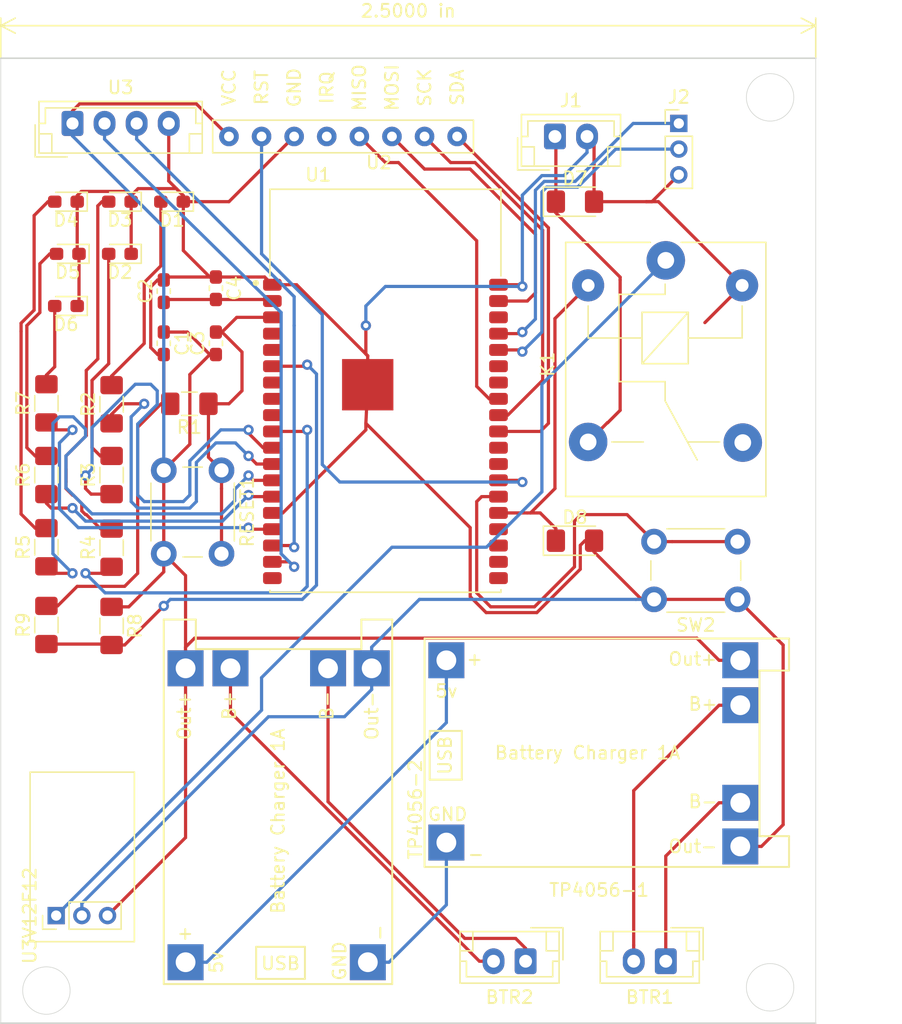
<source format=kicad_pcb>
(kicad_pcb (version 20171130) (host pcbnew 5.1.5+dfsg1-2build2)

  (general
    (thickness 1.6)
    (drawings 13)
    (tracks 410)
    (zones 0)
    (modules 34)
    (nets 53)
  )

  (page A4)
  (layers
    (0 F.Cu signal)
    (31 B.Cu signal)
    (32 B.Adhes user)
    (33 F.Adhes user)
    (34 B.Paste user)
    (35 F.Paste user)
    (36 B.SilkS user)
    (37 F.SilkS user)
    (38 B.Mask user)
    (39 F.Mask user)
    (40 Dwgs.User user)
    (41 Cmts.User user)
    (42 Eco1.User user)
    (43 Eco2.User user)
    (44 Edge.Cuts user)
    (45 Margin user)
    (46 B.CrtYd user)
    (47 F.CrtYd user)
    (48 B.Fab user)
    (49 F.Fab user)
  )

  (setup
    (last_trace_width 0.25)
    (trace_clearance 0.2)
    (zone_clearance 0.508)
    (zone_45_only no)
    (trace_min 0.2)
    (via_size 0.8)
    (via_drill 0.4)
    (via_min_size 0.4)
    (via_min_drill 0.3)
    (uvia_size 0.3)
    (uvia_drill 0.1)
    (uvias_allowed no)
    (uvia_min_size 0.2)
    (uvia_min_drill 0.1)
    (edge_width 0.05)
    (segment_width 0.2)
    (pcb_text_width 0.3)
    (pcb_text_size 1.5 1.5)
    (mod_edge_width 0.12)
    (mod_text_size 1 1)
    (mod_text_width 0.15)
    (pad_size 1.524 1.524)
    (pad_drill 0.762)
    (pad_to_mask_clearance 0.051)
    (solder_mask_min_width 0.25)
    (aux_axis_origin 0 0)
    (visible_elements FFFFFF7F)
    (pcbplotparams
      (layerselection 0x010fc_ffffffff)
      (usegerberextensions false)
      (usegerberattributes false)
      (usegerberadvancedattributes false)
      (creategerberjobfile false)
      (excludeedgelayer true)
      (linewidth 0.100000)
      (plotframeref false)
      (viasonmask false)
      (mode 1)
      (useauxorigin false)
      (hpglpennumber 1)
      (hpglpenspeed 20)
      (hpglpendiameter 15.000000)
      (psnegative false)
      (psa4output false)
      (plotreference true)
      (plotvalue true)
      (plotinvisibletext false)
      (padsonsilk false)
      (subtractmaskfromsilk false)
      (outputformat 1)
      (mirror false)
      (drillshape 1)
      (scaleselection 1)
      (outputdirectory ""))
  )

  (net 0 "")
  (net 1 /AS608/3v3)
  (net 2 GND)
  (net 3 "Net-(C3-Pad2)")
  (net 4 "Net-(D1-Pad2)")
  (net 5 "Net-(D2-Pad2)")
  (net 6 "Net-(D3-Pad2)")
  (net 7 "Net-(D4-Pad2)")
  (net 8 "Net-(D5-Pad2)")
  (net 9 "Net-(D6-Pad2)")
  (net 10 "Net-(D7-Pad1)")
  (net 11 /ESP32/TX1)
  (net 12 /ESP32/RX1)
  (net 13 /Cerradura/CERRADURA)
  (net 14 "Net-(K1-Pad4)")
  (net 15 /Cerradura/12v)
  (net 16 "Net-(R2-Pad1)")
  (net 17 "Net-(R3-Pad1)")
  (net 18 "Net-(R4-Pad1)")
  (net 19 "Net-(R5-Pad1)")
  (net 20 "Net-(R6-Pad1)")
  (net 21 "Net-(R7-Pad1)")
  (net 22 /ESP32/BTRLVL)
  (net 23 /ESP32/BOOT)
  (net 24 /ESP32/MOSI)
  (net 25 "Net-(U1-Pad36)")
  (net 26 "Net-(U1-Pad33)")
  (net 27 "Net-(U1-Pad32)")
  (net 28 /ESP32/MISO)
  (net 29 /ESP32/SCK)
  (net 30 /ESP32/SDA)
  (net 31 "Net-(U1-Pad28)")
  (net 32 "Net-(U1-Pad27)")
  (net 33 /ESP32/RST)
  (net 34 "Net-(U1-Pad23)")
  (net 35 "Net-(U1-Pad22)")
  (net 36 "Net-(U1-Pad21)")
  (net 37 "Net-(U1-Pad20)")
  (net 38 "Net-(U1-Pad19)")
  (net 39 /ESP32/RX)
  (net 40 /AS608/RX)
  (net 41 "Net-(U1-Pad9)")
  (net 42 "Net-(U1-Pad8)")
  (net 43 "Net-(U1-Pad7)")
  (net 44 "Net-(U1-Pad5)")
  (net 45 "Net-(U1-Pad4)")
  (net 46 "Net-(U2-Pad4)")
  (net 47 /Potencia/BTR1+)
  (net 48 /Potencia/BTR1-)
  (net 49 /Potencia/BTR2-)
  (net 50 /Potencia/BTR2+)
  (net 51 "Net-(TP4056-1-Pad2)")
  (net 52 "Net-(TP4056-1-Pad1)")

  (net_class Default "Esta es la clase de red por defecto."
    (clearance 0.2)
    (trace_width 0.25)
    (via_dia 0.8)
    (via_drill 0.4)
    (uvia_dia 0.3)
    (uvia_drill 0.1)
    (add_net /AS608/3v3)
    (add_net /AS608/RX)
    (add_net /Cerradura/12v)
    (add_net /Cerradura/CERRADURA)
    (add_net /ESP32/BOOT)
    (add_net /ESP32/BTRLVL)
    (add_net /ESP32/MISO)
    (add_net /ESP32/MOSI)
    (add_net /ESP32/RST)
    (add_net /ESP32/RX)
    (add_net /ESP32/RX1)
    (add_net /ESP32/SCK)
    (add_net /ESP32/SDA)
    (add_net /ESP32/TX1)
    (add_net /Potencia/BTR1+)
    (add_net /Potencia/BTR1-)
    (add_net /Potencia/BTR2+)
    (add_net /Potencia/BTR2-)
    (add_net GND)
    (add_net "Net-(C3-Pad2)")
    (add_net "Net-(D1-Pad2)")
    (add_net "Net-(D2-Pad2)")
    (add_net "Net-(D3-Pad2)")
    (add_net "Net-(D4-Pad2)")
    (add_net "Net-(D5-Pad2)")
    (add_net "Net-(D6-Pad2)")
    (add_net "Net-(D7-Pad1)")
    (add_net "Net-(K1-Pad4)")
    (add_net "Net-(R2-Pad1)")
    (add_net "Net-(R3-Pad1)")
    (add_net "Net-(R4-Pad1)")
    (add_net "Net-(R5-Pad1)")
    (add_net "Net-(R6-Pad1)")
    (add_net "Net-(R7-Pad1)")
    (add_net "Net-(TP4056-1-Pad1)")
    (add_net "Net-(TP4056-1-Pad2)")
    (add_net "Net-(U1-Pad19)")
    (add_net "Net-(U1-Pad20)")
    (add_net "Net-(U1-Pad21)")
    (add_net "Net-(U1-Pad22)")
    (add_net "Net-(U1-Pad23)")
    (add_net "Net-(U1-Pad27)")
    (add_net "Net-(U1-Pad28)")
    (add_net "Net-(U1-Pad32)")
    (add_net "Net-(U1-Pad33)")
    (add_net "Net-(U1-Pad36)")
    (add_net "Net-(U1-Pad4)")
    (add_net "Net-(U1-Pad5)")
    (add_net "Net-(U1-Pad7)")
    (add_net "Net-(U1-Pad8)")
    (add_net "Net-(U1-Pad9)")
    (add_net "Net-(U2-Pad4)")
  )

  (module Diode_SMD:D_1206_3216Metric_Pad1.42x1.75mm_HandSolder (layer F.Cu) (tedit 5B4B45C8) (tstamp 61A6ADC5)
    (at 131.6085 52.324)
    (descr "Diode SMD 1206 (3216 Metric), square (rectangular) end terminal, IPC_7351 nominal, (Body size source: http://www.tortai-tech.com/upload/download/2011102023233369053.pdf), generated with kicad-footprint-generator")
    (tags "diode handsolder")
    (path /618F1BE3/6193EA93)
    (attr smd)
    (fp_text reference D7 (at 0 -1.82) (layer F.SilkS)
      (effects (font (size 1 1) (thickness 0.15)))
    )
    (fp_text value D (at 0 1.82) (layer F.Fab)
      (effects (font (size 1 1) (thickness 0.15)))
    )
    (fp_line (start 1.6 -0.8) (end -1.2 -0.8) (layer F.Fab) (width 0.1))
    (fp_line (start -1.2 -0.8) (end -1.6 -0.4) (layer F.Fab) (width 0.1))
    (fp_line (start -1.6 -0.4) (end -1.6 0.8) (layer F.Fab) (width 0.1))
    (fp_line (start -1.6 0.8) (end 1.6 0.8) (layer F.Fab) (width 0.1))
    (fp_line (start 1.6 0.8) (end 1.6 -0.8) (layer F.Fab) (width 0.1))
    (fp_line (start 1.6 -1.135) (end -2.46 -1.135) (layer F.SilkS) (width 0.12))
    (fp_line (start -2.46 -1.135) (end -2.46 1.135) (layer F.SilkS) (width 0.12))
    (fp_line (start -2.46 1.135) (end 1.6 1.135) (layer F.SilkS) (width 0.12))
    (fp_line (start -2.45 1.12) (end -2.45 -1.12) (layer F.CrtYd) (width 0.05))
    (fp_line (start -2.45 -1.12) (end 2.45 -1.12) (layer F.CrtYd) (width 0.05))
    (fp_line (start 2.45 -1.12) (end 2.45 1.12) (layer F.CrtYd) (width 0.05))
    (fp_line (start 2.45 1.12) (end -2.45 1.12) (layer F.CrtYd) (width 0.05))
    (fp_text user %R (at 0 0) (layer F.Fab)
      (effects (font (size 0.8 0.8) (thickness 0.12)))
    )
    (pad 1 smd roundrect (at -1.4875 0) (size 1.425 1.75) (layers F.Cu F.Paste F.Mask) (roundrect_rratio 0.175439)
      (net 10 "Net-(D7-Pad1)"))
    (pad 2 smd roundrect (at 1.4875 0) (size 1.425 1.75) (layers F.Cu F.Paste F.Mask) (roundrect_rratio 0.175439)
      (net 2 GND))
    (model ${KISYS3DMOD}/Diode_SMD.3dshapes/D_1206_3216Metric.wrl
      (at (xyz 0 0 0))
      (scale (xyz 1 1 1))
      (rotate (xyz 0 0 0))
    )
  )

  (module ESP32-WROVER-I:XCVR_ESP32-WROVER-I (layer F.Cu) (tedit 618D20F0) (tstamp 619FB783)
    (at 116.84 67.056)
    (path /618FDA94/61919681)
    (fp_text reference U1 (at -5.23668 -16.82262) (layer F.SilkS)
      (effects (font (size 1.002236 1.002236) (thickness 0.15)))
    )
    (fp_text value ESP32-WROVER (at 3.6231 16.75238) (layer F.Fab)
      (effects (font (size 1.002236 1.002236) (thickness 0.15)))
    )
    (fp_poly (pts (xy -9.02874 -15.7) (xy 9 -15.7) (xy 9 -9.32969) (xy -9.02874 -9.32969)) (layer Dwgs.User) (width 0.01))
    (fp_poly (pts (xy -9.03039 -15.7) (xy 9 -15.7) (xy 9 -9.3314) (xy -9.03039 -9.3314)) (layer Dwgs.User) (width 0.01))
    (fp_poly (pts (xy -9.02296 -15.7) (xy 9 -15.7) (xy 9 -9.32372) (xy -9.02296 -9.32372)) (layer Dwgs.User) (width 0.01))
    (fp_poly (pts (xy -2.64847 -1.735) (xy -0.115 -1.735) (xy -0.115 0.796044) (xy -2.64847 0.796044)) (layer F.Paste) (width 0.01))
    (fp_line (start -9.8 15.95) (end -9.8 -15.95) (layer F.CrtYd) (width 0.05))
    (fp_line (start 9.8 15.95) (end -9.8 15.95) (layer F.CrtYd) (width 0.05))
    (fp_line (start 9.8 -15.95) (end 9.8 15.95) (layer F.CrtYd) (width 0.05))
    (fp_line (start -9.8 -15.95) (end 9.8 -15.95) (layer F.CrtYd) (width 0.05))
    (fp_circle (center -10.1 -8.4) (end -9.98 -8.4) (layer F.SilkS) (width 0.24))
    (fp_line (start -9 15.55) (end -9 15.7) (layer F.SilkS) (width 0.127))
    (fp_line (start 9 15.7) (end 9 15.5) (layer F.SilkS) (width 0.127))
    (fp_line (start -9 15.7) (end 9 15.7) (layer F.SilkS) (width 0.127))
    (fp_line (start 9 -15.7) (end 9 -8.95) (layer F.SilkS) (width 0.127))
    (fp_line (start -9 -15.7) (end 9 -15.7) (layer F.SilkS) (width 0.127))
    (fp_line (start -9 -8.95) (end -9 -15.7) (layer F.SilkS) (width 0.127))
    (fp_line (start -9 15.7) (end -9 -15.7) (layer F.Fab) (width 0.127))
    (fp_line (start 9 15.7) (end -9 15.7) (layer F.Fab) (width 0.127))
    (fp_line (start 9 -15.7) (end 9 15.7) (layer F.Fab) (width 0.127))
    (fp_line (start -9 -15.7) (end 9 -15.7) (layer F.Fab) (width 0.127))
    (pad 39 smd rect (at -1.38 -0.47) (size 4 4) (layers F.Cu F.Mask)
      (net 2 GND))
    (pad 38 smd roundrect (at 8.81 -8.26) (size 1.45 0.93) (layers F.Cu F.Paste F.Mask) (roundrect_rratio 0.23)
      (net 2 GND))
    (pad 37 smd roundrect (at 8.81 -6.99) (size 1.45 0.93) (layers F.Cu F.Paste F.Mask) (roundrect_rratio 0.23)
      (net 24 /ESP32/MOSI))
    (pad 36 smd roundrect (at 8.81 -5.72) (size 1.45 0.93) (layers F.Cu F.Paste F.Mask) (roundrect_rratio 0.23)
      (net 25 "Net-(U1-Pad36)"))
    (pad 35 smd roundrect (at 8.81 -4.45) (size 1.45 0.93) (layers F.Cu F.Paste F.Mask) (roundrect_rratio 0.23)
      (net 11 /ESP32/TX1))
    (pad 34 smd roundrect (at 8.81 -3.18) (size 1.45 0.93) (layers F.Cu F.Paste F.Mask) (roundrect_rratio 0.23)
      (net 12 /ESP32/RX1))
    (pad 33 smd roundrect (at 8.81 -1.91) (size 1.45 0.93) (layers F.Cu F.Paste F.Mask) (roundrect_rratio 0.23)
      (net 26 "Net-(U1-Pad33)"))
    (pad 32 smd roundrect (at 8.81 -0.64) (size 1.45 0.93) (layers F.Cu F.Paste F.Mask) (roundrect_rratio 0.23)
      (net 27 "Net-(U1-Pad32)"))
    (pad 31 smd roundrect (at 8.81 0.63) (size 1.45 0.93) (layers F.Cu F.Paste F.Mask) (roundrect_rratio 0.23)
      (net 28 /ESP32/MISO))
    (pad 30 smd roundrect (at 8.81 1.9) (size 1.45 0.93) (layers F.Cu F.Paste F.Mask) (roundrect_rratio 0.23)
      (net 29 /ESP32/SCK))
    (pad 29 smd roundrect (at 8.81 3.17) (size 1.45 0.93) (layers F.Cu F.Paste F.Mask) (roundrect_rratio 0.23)
      (net 30 /ESP32/SDA))
    (pad 28 smd roundrect (at 8.81 4.44) (size 1.45 0.93) (layers F.Cu F.Paste F.Mask) (roundrect_rratio 0.23)
      (net 31 "Net-(U1-Pad28)"))
    (pad 27 smd roundrect (at 8.81 5.71) (size 1.45 0.93) (layers F.Cu F.Paste F.Mask) (roundrect_rratio 0.23)
      (net 32 "Net-(U1-Pad27)"))
    (pad 26 smd roundrect (at 8.81 6.98) (size 1.45 0.93) (layers F.Cu F.Paste F.Mask) (roundrect_rratio 0.23)
      (net 33 /ESP32/RST))
    (pad 25 smd roundrect (at 8.81 8.25) (size 1.45 0.93) (layers F.Cu F.Paste F.Mask) (roundrect_rratio 0.23)
      (net 23 /ESP32/BOOT))
    (pad 24 smd roundrect (at 8.81 9.52) (size 1.45 0.93) (layers F.Cu F.Paste F.Mask) (roundrect_rratio 0.23)
      (net 13 /Cerradura/CERRADURA))
    (pad 23 smd roundrect (at 8.81 10.79) (size 1.45 0.93) (layers F.Cu F.Paste F.Mask) (roundrect_rratio 0.23)
      (net 34 "Net-(U1-Pad23)"))
    (pad 22 smd roundrect (at 8.81 12.06) (size 1.45 0.93) (layers F.Cu F.Paste F.Mask) (roundrect_rratio 0.23)
      (net 35 "Net-(U1-Pad22)"))
    (pad 21 smd roundrect (at 8.81 13.33) (size 1.45 0.93) (layers F.Cu F.Paste F.Mask) (roundrect_rratio 0.23)
      (net 36 "Net-(U1-Pad21)"))
    (pad 20 smd roundrect (at 8.81 14.6) (size 1.45 0.93) (layers F.Cu F.Paste F.Mask) (roundrect_rratio 0.23)
      (net 37 "Net-(U1-Pad20)"))
    (pad 19 smd roundrect (at -8.81 14.6) (size 1.45 0.93) (layers F.Cu F.Paste F.Mask) (roundrect_rratio 0.23)
      (net 38 "Net-(U1-Pad19)"))
    (pad 18 smd roundrect (at -8.81 13.33) (size 1.45 0.93) (layers F.Cu F.Paste F.Mask) (roundrect_rratio 0.23)
      (net 39 /ESP32/RX))
    (pad 17 smd roundrect (at -8.81 12.06) (size 1.45 0.93) (layers F.Cu F.Paste F.Mask) (roundrect_rratio 0.23)
      (net 40 /AS608/RX))
    (pad 16 smd roundrect (at -8.81 10.79) (size 1.45 0.93) (layers F.Cu F.Paste F.Mask) (roundrect_rratio 0.23)
      (net 21 "Net-(R7-Pad1)"))
    (pad 15 smd roundrect (at -8.81 9.52) (size 1.45 0.93) (layers F.Cu F.Paste F.Mask) (roundrect_rratio 0.23)
      (net 2 GND))
    (pad 14 smd roundrect (at -8.81 8.25) (size 1.45 0.93) (layers F.Cu F.Paste F.Mask) (roundrect_rratio 0.23)
      (net 20 "Net-(R6-Pad1)"))
    (pad 13 smd roundrect (at -8.81 6.98) (size 1.45 0.93) (layers F.Cu F.Paste F.Mask) (roundrect_rratio 0.23)
      (net 19 "Net-(R5-Pad1)"))
    (pad 12 smd roundrect (at -8.81 5.71) (size 1.45 0.93) (layers F.Cu F.Paste F.Mask) (roundrect_rratio 0.23)
      (net 16 "Net-(R2-Pad1)"))
    (pad 11 smd roundrect (at -8.81 4.44) (size 1.45 0.93) (layers F.Cu F.Paste F.Mask) (roundrect_rratio 0.23)
      (net 17 "Net-(R3-Pad1)"))
    (pad 10 smd roundrect (at -8.81 3.17) (size 1.45 0.93) (layers F.Cu F.Paste F.Mask) (roundrect_rratio 0.23)
      (net 18 "Net-(R4-Pad1)"))
    (pad 9 smd roundrect (at -8.81 1.9) (size 1.45 0.93) (layers F.Cu F.Paste F.Mask) (roundrect_rratio 0.23)
      (net 41 "Net-(U1-Pad9)"))
    (pad 8 smd roundrect (at -8.81 0.63) (size 1.45 0.93) (layers F.Cu F.Paste F.Mask) (roundrect_rratio 0.23)
      (net 42 "Net-(U1-Pad8)"))
    (pad 7 smd roundrect (at -8.81 -0.64) (size 1.45 0.93) (layers F.Cu F.Paste F.Mask) (roundrect_rratio 0.23)
      (net 43 "Net-(U1-Pad7)"))
    (pad 6 smd roundrect (at -8.81 -1.91) (size 1.45 0.93) (layers F.Cu F.Paste F.Mask) (roundrect_rratio 0.23)
      (net 22 /ESP32/BTRLVL))
    (pad 5 smd roundrect (at -8.81 -3.18) (size 1.45 0.93) (layers F.Cu F.Paste F.Mask) (roundrect_rratio 0.23)
      (net 44 "Net-(U1-Pad5)"))
    (pad 4 smd roundrect (at -8.81 -4.45) (size 1.45 0.93) (layers F.Cu F.Paste F.Mask) (roundrect_rratio 0.23)
      (net 45 "Net-(U1-Pad4)"))
    (pad 3 smd roundrect (at -8.81 -5.72) (size 1.45 0.93) (layers F.Cu F.Paste F.Mask) (roundrect_rratio 0.23)
      (net 3 "Net-(C3-Pad2)"))
    (pad 2 smd roundrect (at -8.81 -6.99) (size 1.45 0.93) (layers F.Cu F.Paste F.Mask) (roundrect_rratio 0.23)
      (net 1 /AS608/3v3))
    (pad 1 smd roundrect (at -8.81 -8.26) (size 1.45 0.93) (layers F.Cu F.Paste F.Mask) (roundrect_rratio 0.23)
      (net 2 GND))
  )

  (module Connector_JST:JST_EH_B4B-EH-A_1x04_P2.50mm_Vertical (layer F.Cu) (tedit 5C28142C) (tstamp 61A6B338)
    (at 92.456 46.228)
    (descr "JST EH series connector, B4B-EH-A (http://www.jst-mfg.com/product/pdf/eng/eEH.pdf), generated with kicad-footprint-generator")
    (tags "connector JST EH vertical")
    (path /618F1B77/61955EC3)
    (fp_text reference U3 (at 3.75 -2.8) (layer F.SilkS)
      (effects (font (size 1 1) (thickness 0.15)))
    )
    (fp_text value AS608 (at 3.75 3.4) (layer F.Fab)
      (effects (font (size 1 1) (thickness 0.15)))
    )
    (fp_line (start -2.5 -1.6) (end -2.5 2.2) (layer F.Fab) (width 0.1))
    (fp_line (start -2.5 2.2) (end 10 2.2) (layer F.Fab) (width 0.1))
    (fp_line (start 10 2.2) (end 10 -1.6) (layer F.Fab) (width 0.1))
    (fp_line (start 10 -1.6) (end -2.5 -1.6) (layer F.Fab) (width 0.1))
    (fp_line (start -3 -2.1) (end -3 2.7) (layer F.CrtYd) (width 0.05))
    (fp_line (start -3 2.7) (end 10.5 2.7) (layer F.CrtYd) (width 0.05))
    (fp_line (start 10.5 2.7) (end 10.5 -2.1) (layer F.CrtYd) (width 0.05))
    (fp_line (start 10.5 -2.1) (end -3 -2.1) (layer F.CrtYd) (width 0.05))
    (fp_line (start -2.61 -1.71) (end -2.61 2.31) (layer F.SilkS) (width 0.12))
    (fp_line (start -2.61 2.31) (end 10.11 2.31) (layer F.SilkS) (width 0.12))
    (fp_line (start 10.11 2.31) (end 10.11 -1.71) (layer F.SilkS) (width 0.12))
    (fp_line (start 10.11 -1.71) (end -2.61 -1.71) (layer F.SilkS) (width 0.12))
    (fp_line (start -2.61 0) (end -2.11 0) (layer F.SilkS) (width 0.12))
    (fp_line (start -2.11 0) (end -2.11 -1.21) (layer F.SilkS) (width 0.12))
    (fp_line (start -2.11 -1.21) (end 9.61 -1.21) (layer F.SilkS) (width 0.12))
    (fp_line (start 9.61 -1.21) (end 9.61 0) (layer F.SilkS) (width 0.12))
    (fp_line (start 9.61 0) (end 10.11 0) (layer F.SilkS) (width 0.12))
    (fp_line (start -2.61 0.81) (end -1.61 0.81) (layer F.SilkS) (width 0.12))
    (fp_line (start -1.61 0.81) (end -1.61 2.31) (layer F.SilkS) (width 0.12))
    (fp_line (start 10.11 0.81) (end 9.11 0.81) (layer F.SilkS) (width 0.12))
    (fp_line (start 9.11 0.81) (end 9.11 2.31) (layer F.SilkS) (width 0.12))
    (fp_line (start -2.91 0.11) (end -2.91 2.61) (layer F.SilkS) (width 0.12))
    (fp_line (start -2.91 2.61) (end -0.41 2.61) (layer F.SilkS) (width 0.12))
    (fp_line (start -2.91 0.11) (end -2.91 2.61) (layer F.Fab) (width 0.1))
    (fp_line (start -2.91 2.61) (end -0.41 2.61) (layer F.Fab) (width 0.1))
    (fp_text user %R (at 3.75 1.5) (layer F.Fab)
      (effects (font (size 1 1) (thickness 0.15)))
    )
    (pad 1 thru_hole roundrect (at 0 0) (size 1.7 1.95) (drill 0.95) (layers *.Cu *.Mask) (roundrect_rratio 0.147059)
      (net 1 /AS608/3v3))
    (pad 2 thru_hole oval (at 2.5 0) (size 1.7 1.95) (drill 0.95) (layers *.Cu *.Mask)
      (net 39 /ESP32/RX))
    (pad 3 thru_hole oval (at 5 0) (size 1.7 1.95) (drill 0.95) (layers *.Cu *.Mask)
      (net 40 /AS608/RX))
    (pad 4 thru_hole oval (at 7.5 0) (size 1.7 1.95) (drill 0.95) (layers *.Cu *.Mask)
      (net 2 GND))
    (model ${KISYS3DMOD}/Connector_JST.3dshapes/JST_EH_B4B-EH-A_1x04_P2.50mm_Vertical.wrl
      (at (xyz 0 0 0))
      (scale (xyz 1 1 1))
      (rotate (xyz 0 0 0))
    )
  )

  (module LED_SMD:LED_0603_1608Metric_Pad1.05x0.95mm_HandSolder (layer F.Cu) (tedit 5B4B45C9) (tstamp 61A678A6)
    (at 96.153 56.388 180)
    (descr "LED SMD 0603 (1608 Metric), square (rectangular) end terminal, IPC_7351 nominal, (Body size source: http://www.tortai-tech.com/upload/download/2011102023233369053.pdf), generated with kicad-footprint-generator")
    (tags "LED handsolder")
    (path /618FDA94/619B0522)
    (attr smd)
    (fp_text reference D2 (at 0 -1.43) (layer F.SilkS)
      (effects (font (size 1 1) (thickness 0.15)))
    )
    (fp_text value LED (at 0 1.43) (layer F.Fab)
      (effects (font (size 1 1) (thickness 0.15)))
    )
    (fp_line (start 0.8 -0.4) (end -0.5 -0.4) (layer F.Fab) (width 0.1))
    (fp_line (start -0.5 -0.4) (end -0.8 -0.1) (layer F.Fab) (width 0.1))
    (fp_line (start -0.8 -0.1) (end -0.8 0.4) (layer F.Fab) (width 0.1))
    (fp_line (start -0.8 0.4) (end 0.8 0.4) (layer F.Fab) (width 0.1))
    (fp_line (start 0.8 0.4) (end 0.8 -0.4) (layer F.Fab) (width 0.1))
    (fp_line (start 0.8 -0.735) (end -1.66 -0.735) (layer F.SilkS) (width 0.12))
    (fp_line (start -1.66 -0.735) (end -1.66 0.735) (layer F.SilkS) (width 0.12))
    (fp_line (start -1.66 0.735) (end 0.8 0.735) (layer F.SilkS) (width 0.12))
    (fp_line (start -1.65 0.73) (end -1.65 -0.73) (layer F.CrtYd) (width 0.05))
    (fp_line (start -1.65 -0.73) (end 1.65 -0.73) (layer F.CrtYd) (width 0.05))
    (fp_line (start 1.65 -0.73) (end 1.65 0.73) (layer F.CrtYd) (width 0.05))
    (fp_line (start 1.65 0.73) (end -1.65 0.73) (layer F.CrtYd) (width 0.05))
    (fp_text user %R (at 0 0) (layer F.Fab)
      (effects (font (size 0.4 0.4) (thickness 0.06)))
    )
    (pad 1 smd roundrect (at -0.875 0 180) (size 1.05 0.95) (layers F.Cu F.Paste F.Mask) (roundrect_rratio 0.25)
      (net 2 GND))
    (pad 2 smd roundrect (at 0.875 0 180) (size 1.05 0.95) (layers F.Cu F.Paste F.Mask) (roundrect_rratio 0.25)
      (net 5 "Net-(D2-Pad2)"))
    (model ${KISYS3DMOD}/LED_SMD.3dshapes/LED_0603_1608Metric.wrl
      (at (xyz 0 0 0))
      (scale (xyz 1 1 1))
      (rotate (xyz 0 0 0))
    )
  )

  (module Button_Switch_THT:SW_PUSH_6mm (layer F.Cu) (tedit 5A02FE31) (tstamp 61A62E34)
    (at 104.068 73.256 270)
    (descr https://www.omron.com/ecb/products/pdf/en-b3f.pdf)
    (tags "tact sw push 6mm")
    (path /618FDA94/61944795)
    (fp_text reference RESET1 (at 3.25 -2 90) (layer F.SilkS)
      (effects (font (size 1 1) (thickness 0.15)))
    )
    (fp_text value SW_Push (at 4.976 6.7 90) (layer F.Fab)
      (effects (font (size 1 1) (thickness 0.15)))
    )
    (fp_text user %R (at 3.25 2.25 90) (layer F.Fab)
      (effects (font (size 1 1) (thickness 0.15)))
    )
    (fp_line (start 3.25 -0.75) (end 6.25 -0.75) (layer F.Fab) (width 0.1))
    (fp_line (start 6.25 -0.75) (end 6.25 5.25) (layer F.Fab) (width 0.1))
    (fp_line (start 6.25 5.25) (end 0.25 5.25) (layer F.Fab) (width 0.1))
    (fp_line (start 0.25 5.25) (end 0.25 -0.75) (layer F.Fab) (width 0.1))
    (fp_line (start 0.25 -0.75) (end 3.25 -0.75) (layer F.Fab) (width 0.1))
    (fp_line (start 7.75 6) (end 8 6) (layer F.CrtYd) (width 0.05))
    (fp_line (start 8 6) (end 8 5.75) (layer F.CrtYd) (width 0.05))
    (fp_line (start 7.75 -1.5) (end 8 -1.5) (layer F.CrtYd) (width 0.05))
    (fp_line (start 8 -1.5) (end 8 -1.25) (layer F.CrtYd) (width 0.05))
    (fp_line (start -1.5 -1.25) (end -1.5 -1.5) (layer F.CrtYd) (width 0.05))
    (fp_line (start -1.5 -1.5) (end -1.25 -1.5) (layer F.CrtYd) (width 0.05))
    (fp_line (start -1.5 5.75) (end -1.5 6) (layer F.CrtYd) (width 0.05))
    (fp_line (start -1.5 6) (end -1.25 6) (layer F.CrtYd) (width 0.05))
    (fp_line (start -1.25 -1.5) (end 7.75 -1.5) (layer F.CrtYd) (width 0.05))
    (fp_line (start -1.5 5.75) (end -1.5 -1.25) (layer F.CrtYd) (width 0.05))
    (fp_line (start 7.75 6) (end -1.25 6) (layer F.CrtYd) (width 0.05))
    (fp_line (start 8 -1.25) (end 8 5.75) (layer F.CrtYd) (width 0.05))
    (fp_line (start 1 5.5) (end 5.5 5.5) (layer F.SilkS) (width 0.12))
    (fp_line (start -0.25 1.5) (end -0.25 3) (layer F.SilkS) (width 0.12))
    (fp_line (start 5.5 -1) (end 1 -1) (layer F.SilkS) (width 0.12))
    (fp_line (start 6.75 3) (end 6.75 1.5) (layer F.SilkS) (width 0.12))
    (fp_circle (center 3.25 2.25) (end 1.25 2.5) (layer F.Fab) (width 0.1))
    (pad 2 thru_hole circle (at 0 4.5) (size 2 2) (drill 1.1) (layers *.Cu *.Mask)
      (net 1 /AS608/3v3))
    (pad 1 thru_hole circle (at 0 0) (size 2 2) (drill 1.1) (layers *.Cu *.Mask)
      (net 3 "Net-(C3-Pad2)"))
    (pad 2 thru_hole circle (at 6.5 4.5) (size 2 2) (drill 1.1) (layers *.Cu *.Mask)
      (net 1 /AS608/3v3))
    (pad 1 thru_hole circle (at 6.5 0) (size 2 2) (drill 1.1) (layers *.Cu *.Mask)
      (net 3 "Net-(C3-Pad2)"))
    (model ${KISYS3DMOD}/Button_Switch_THT.3dshapes/SW_PUSH_6mm.wrl
      (at (xyz 0 0 0))
      (scale (xyz 1 1 1))
      (rotate (xyz 0 0 0))
    )
  )

  (module Connector_JST:JST_EH_B2B-EH-A_1x02_P2.50mm_Vertical (layer F.Cu) (tedit 5C28142C) (tstamp 61A94FC0)
    (at 130.048 47.244)
    (descr "JST EH series connector, B2B-EH-A (http://www.jst-mfg.com/product/pdf/eng/eEH.pdf), generated with kicad-footprint-generator")
    (tags "connector JST EH vertical")
    (path /618F1BE3/61954441)
    (fp_text reference J1 (at 1.25 -2.8) (layer F.SilkS)
      (effects (font (size 1 1) (thickness 0.15)))
    )
    (fp_text value Conn_01x02 (at 1.25 3.4) (layer F.Fab)
      (effects (font (size 1 1) (thickness 0.15)))
    )
    (fp_line (start -2.5 -1.6) (end -2.5 2.2) (layer F.Fab) (width 0.1))
    (fp_line (start -2.5 2.2) (end 5 2.2) (layer F.Fab) (width 0.1))
    (fp_line (start 5 2.2) (end 5 -1.6) (layer F.Fab) (width 0.1))
    (fp_line (start 5 -1.6) (end -2.5 -1.6) (layer F.Fab) (width 0.1))
    (fp_line (start -3 -2.1) (end -3 2.7) (layer F.CrtYd) (width 0.05))
    (fp_line (start -3 2.7) (end 5.5 2.7) (layer F.CrtYd) (width 0.05))
    (fp_line (start 5.5 2.7) (end 5.5 -2.1) (layer F.CrtYd) (width 0.05))
    (fp_line (start 5.5 -2.1) (end -3 -2.1) (layer F.CrtYd) (width 0.05))
    (fp_line (start -2.61 -1.71) (end -2.61 2.31) (layer F.SilkS) (width 0.12))
    (fp_line (start -2.61 2.31) (end 5.11 2.31) (layer F.SilkS) (width 0.12))
    (fp_line (start 5.11 2.31) (end 5.11 -1.71) (layer F.SilkS) (width 0.12))
    (fp_line (start 5.11 -1.71) (end -2.61 -1.71) (layer F.SilkS) (width 0.12))
    (fp_line (start -2.61 0) (end -2.11 0) (layer F.SilkS) (width 0.12))
    (fp_line (start -2.11 0) (end -2.11 -1.21) (layer F.SilkS) (width 0.12))
    (fp_line (start -2.11 -1.21) (end 4.61 -1.21) (layer F.SilkS) (width 0.12))
    (fp_line (start 4.61 -1.21) (end 4.61 0) (layer F.SilkS) (width 0.12))
    (fp_line (start 4.61 0) (end 5.11 0) (layer F.SilkS) (width 0.12))
    (fp_line (start -2.61 0.81) (end -1.61 0.81) (layer F.SilkS) (width 0.12))
    (fp_line (start -1.61 0.81) (end -1.61 2.31) (layer F.SilkS) (width 0.12))
    (fp_line (start 5.11 0.81) (end 4.11 0.81) (layer F.SilkS) (width 0.12))
    (fp_line (start 4.11 0.81) (end 4.11 2.31) (layer F.SilkS) (width 0.12))
    (fp_line (start -2.91 0.11) (end -2.91 2.61) (layer F.SilkS) (width 0.12))
    (fp_line (start -2.91 2.61) (end -0.41 2.61) (layer F.SilkS) (width 0.12))
    (fp_line (start -2.91 0.11) (end -2.91 2.61) (layer F.Fab) (width 0.1))
    (fp_line (start -2.91 2.61) (end -0.41 2.61) (layer F.Fab) (width 0.1))
    (fp_text user %R (at 1.25 1.5) (layer F.Fab)
      (effects (font (size 1 1) (thickness 0.15)))
    )
    (pad 1 thru_hole roundrect (at 0 0) (size 1.7 2) (drill 1) (layers *.Cu *.Mask) (roundrect_rratio 0.147059)
      (net 10 "Net-(D7-Pad1)"))
    (pad 2 thru_hole oval (at 2.5 0) (size 1.7 2) (drill 1) (layers *.Cu *.Mask)
      (net 2 GND))
    (model ${KISYS3DMOD}/Connector_JST.3dshapes/JST_EH_B2B-EH-A_1x02_P2.50mm_Vertical.wrl
      (at (xyz 0 0 0))
      (scale (xyz 1 1 1))
      (rotate (xyz 0 0 0))
    )
  )

  (module Connector_PinHeader_2.00mm:PinHeader_1x03_P2.00mm_Vertical (layer F.Cu) (tedit 59FED667) (tstamp 61A950B7)
    (at 139.7 46.228)
    (descr "Through hole straight pin header, 1x03, 2.00mm pitch, single row")
    (tags "Through hole pin header THT 1x03 2.00mm single row")
    (path /619D36FF)
    (fp_text reference J2 (at 0 -2.06) (layer F.SilkS)
      (effects (font (size 1 1) (thickness 0.15)))
    )
    (fp_text value Conn_01x03 (at 0 6.06) (layer F.Fab)
      (effects (font (size 1 1) (thickness 0.15)))
    )
    (fp_line (start -0.5 -1) (end 1 -1) (layer F.Fab) (width 0.1))
    (fp_line (start 1 -1) (end 1 5) (layer F.Fab) (width 0.1))
    (fp_line (start 1 5) (end -1 5) (layer F.Fab) (width 0.1))
    (fp_line (start -1 5) (end -1 -0.5) (layer F.Fab) (width 0.1))
    (fp_line (start -1 -0.5) (end -0.5 -1) (layer F.Fab) (width 0.1))
    (fp_line (start -1.06 5.06) (end 1.06 5.06) (layer F.SilkS) (width 0.12))
    (fp_line (start -1.06 1) (end -1.06 5.06) (layer F.SilkS) (width 0.12))
    (fp_line (start 1.06 1) (end 1.06 5.06) (layer F.SilkS) (width 0.12))
    (fp_line (start -1.06 1) (end 1.06 1) (layer F.SilkS) (width 0.12))
    (fp_line (start -1.06 0) (end -1.06 -1.06) (layer F.SilkS) (width 0.12))
    (fp_line (start -1.06 -1.06) (end 0 -1.06) (layer F.SilkS) (width 0.12))
    (fp_line (start -1.5 -1.5) (end -1.5 5.5) (layer F.CrtYd) (width 0.05))
    (fp_line (start -1.5 5.5) (end 1.5 5.5) (layer F.CrtYd) (width 0.05))
    (fp_line (start 1.5 5.5) (end 1.5 -1.5) (layer F.CrtYd) (width 0.05))
    (fp_line (start 1.5 -1.5) (end -1.5 -1.5) (layer F.CrtYd) (width 0.05))
    (fp_text user %R (at 0 2 90) (layer F.Fab)
      (effects (font (size 1 1) (thickness 0.15)))
    )
    (pad 1 thru_hole rect (at 0 0) (size 1.35 1.35) (drill 0.8) (layers *.Cu *.Mask)
      (net 11 /ESP32/TX1))
    (pad 2 thru_hole oval (at 0 2) (size 1.35 1.35) (drill 0.8) (layers *.Cu *.Mask)
      (net 12 /ESP32/RX1))
    (pad 3 thru_hole oval (at 0 4) (size 1.35 1.35) (drill 0.8) (layers *.Cu *.Mask)
      (net 2 GND))
    (model ${KISYS3DMOD}/Connector_PinHeader_2.00mm.3dshapes/PinHeader_1x03_P2.00mm_Vertical.wrl
      (at (xyz 0 0 0))
      (scale (xyz 1 1 1))
      (rotate (xyz 0 0 0))
    )
  )

  (module Relay_THT:Relay_SPDT_SANYOU_SRD_Series_Form_C (layer F.Cu) (tedit 58FA3148) (tstamp 61A002E5)
    (at 138.684 56.896 270)
    (descr "relay Sanyou SRD series Form C http://www.sanyourelay.ca/public/products/pdf/SRD.pdf")
    (tags "relay Sanyu SRD form C")
    (path /618F1BE3/6193C131)
    (fp_text reference K1 (at 8.1 9.2 90) (layer F.SilkS)
      (effects (font (size 1 1) (thickness 0.15)))
    )
    (fp_text value SANYOU_SRD_Form_C (at 8 -9.6 90) (layer F.Fab)
      (effects (font (size 1 1) (thickness 0.15)))
    )
    (fp_line (start -1.4 1.2) (end -1.4 7.8) (layer F.SilkS) (width 0.12))
    (fp_line (start -1.4 -7.8) (end -1.4 -1.2) (layer F.SilkS) (width 0.12))
    (fp_line (start -1.4 -7.8) (end 18.4 -7.8) (layer F.SilkS) (width 0.12))
    (fp_line (start 18.4 -7.8) (end 18.4 7.8) (layer F.SilkS) (width 0.12))
    (fp_line (start 18.4 7.8) (end -1.4 7.8) (layer F.SilkS) (width 0.12))
    (fp_text user 1 (at 0 -2.3 90) (layer F.Fab)
      (effects (font (size 1 1) (thickness 0.15)))
    )
    (fp_line (start -1.3 -7.7) (end 18.3 -7.7) (layer F.Fab) (width 0.12))
    (fp_line (start 18.3 -7.7) (end 18.3 7.7) (layer F.Fab) (width 0.12))
    (fp_line (start 18.3 7.7) (end -1.3 7.7) (layer F.Fab) (width 0.12))
    (fp_line (start -1.3 7.7) (end -1.3 -7.7) (layer F.Fab) (width 0.12))
    (fp_text user %R (at 7.1 0.025 90) (layer F.Fab)
      (effects (font (size 1 1) (thickness 0.15)))
    )
    (fp_line (start 18.55 -7.95) (end -1.55 -7.95) (layer F.CrtYd) (width 0.05))
    (fp_line (start -1.55 7.95) (end -1.55 -7.95) (layer F.CrtYd) (width 0.05))
    (fp_line (start 18.55 -7.95) (end 18.55 7.95) (layer F.CrtYd) (width 0.05))
    (fp_line (start -1.55 7.95) (end 18.55 7.95) (layer F.CrtYd) (width 0.05))
    (fp_line (start 14.15 4.2) (end 14.15 1.75) (layer F.SilkS) (width 0.12))
    (fp_line (start 14.15 -4.2) (end 14.15 -1.7) (layer F.SilkS) (width 0.12))
    (fp_line (start 3.55 6.05) (end 6.05 6.05) (layer F.SilkS) (width 0.12))
    (fp_line (start 2.65 0.05) (end 1.85 0.05) (layer F.SilkS) (width 0.12))
    (fp_line (start 6.05 -5.95) (end 3.55 -5.95) (layer F.SilkS) (width 0.12))
    (fp_line (start 9.45 0.05) (end 10.95 0.05) (layer F.SilkS) (width 0.12))
    (fp_line (start 10.95 0.05) (end 15.55 -2.45) (layer F.SilkS) (width 0.12))
    (fp_line (start 9.45 3.65) (end 2.65 3.65) (layer F.SilkS) (width 0.12))
    (fp_line (start 9.45 0.05) (end 9.45 3.65) (layer F.SilkS) (width 0.12))
    (fp_line (start 2.65 0.05) (end 2.65 3.65) (layer F.SilkS) (width 0.12))
    (fp_line (start 6.05 -5.95) (end 6.05 -1.75) (layer F.SilkS) (width 0.12))
    (fp_line (start 6.05 1.85) (end 6.05 6.05) (layer F.SilkS) (width 0.12))
    (fp_line (start 8.05 1.85) (end 4.05 -1.75) (layer F.SilkS) (width 0.12))
    (fp_line (start 4.05 1.85) (end 4.05 -1.75) (layer F.SilkS) (width 0.12))
    (fp_line (start 4.05 -1.75) (end 8.05 -1.75) (layer F.SilkS) (width 0.12))
    (fp_line (start 8.05 -1.75) (end 8.05 1.85) (layer F.SilkS) (width 0.12))
    (fp_line (start 8.05 1.85) (end 4.05 1.85) (layer F.SilkS) (width 0.12))
    (pad 2 thru_hole circle (at 1.95 6.05) (size 2.5 2.5) (drill 1) (layers *.Cu *.Mask)
      (net 13 /Cerradura/CERRADURA))
    (pad 3 thru_hole circle (at 14.15 6.05) (size 3 3) (drill 1.3) (layers *.Cu *.Mask)
      (net 10 "Net-(D7-Pad1)"))
    (pad 4 thru_hole circle (at 14.2 -6) (size 3 3) (drill 1.3) (layers *.Cu *.Mask)
      (net 14 "Net-(K1-Pad4)"))
    (pad 5 thru_hole circle (at 1.95 -5.95) (size 2.5 2.5) (drill 1) (layers *.Cu *.Mask)
      (net 2 GND))
    (pad 1 thru_hole circle (at 0 0) (size 3 3) (drill 1.3) (layers *.Cu *.Mask)
      (net 15 /Cerradura/12v))
    (model ${KISYS3DMOD}/Relay_THT.3dshapes/Relay_SPDT_SANYOU_SRD_Series_Form_C.wrl
      (at (xyz 0 0 0))
      (scale (xyz 1 1 1))
      (rotate (xyz 0 0 0))
    )
  )

  (module Button_Switch_THT:SW_PUSH_6mm (layer F.Cu) (tedit 5A02FE31) (tstamp 61A6E3DF)
    (at 144.272 83.312 180)
    (descr https://www.omron.com/ecb/products/pdf/en-b3f.pdf)
    (tags "tact sw push 6mm")
    (path /619D2658)
    (fp_text reference SW2 (at 3.25 -2) (layer F.SilkS)
      (effects (font (size 1 1) (thickness 0.15)))
    )
    (fp_text value SW_Push (at 3.75 6.7) (layer F.Fab)
      (effects (font (size 1 1) (thickness 0.15)))
    )
    (fp_circle (center 3.25 2.25) (end 1.25 2.5) (layer F.Fab) (width 0.1))
    (fp_line (start 6.75 3) (end 6.75 1.5) (layer F.SilkS) (width 0.12))
    (fp_line (start 5.5 -1) (end 1 -1) (layer F.SilkS) (width 0.12))
    (fp_line (start -0.25 1.5) (end -0.25 3) (layer F.SilkS) (width 0.12))
    (fp_line (start 1 5.5) (end 5.5 5.5) (layer F.SilkS) (width 0.12))
    (fp_line (start 8 -1.25) (end 8 5.75) (layer F.CrtYd) (width 0.05))
    (fp_line (start 7.75 6) (end -1.25 6) (layer F.CrtYd) (width 0.05))
    (fp_line (start -1.5 5.75) (end -1.5 -1.25) (layer F.CrtYd) (width 0.05))
    (fp_line (start -1.25 -1.5) (end 7.75 -1.5) (layer F.CrtYd) (width 0.05))
    (fp_line (start -1.5 6) (end -1.25 6) (layer F.CrtYd) (width 0.05))
    (fp_line (start -1.5 5.75) (end -1.5 6) (layer F.CrtYd) (width 0.05))
    (fp_line (start -1.5 -1.5) (end -1.25 -1.5) (layer F.CrtYd) (width 0.05))
    (fp_line (start -1.5 -1.25) (end -1.5 -1.5) (layer F.CrtYd) (width 0.05))
    (fp_line (start 8 -1.5) (end 8 -1.25) (layer F.CrtYd) (width 0.05))
    (fp_line (start 7.75 -1.5) (end 8 -1.5) (layer F.CrtYd) (width 0.05))
    (fp_line (start 8 6) (end 8 5.75) (layer F.CrtYd) (width 0.05))
    (fp_line (start 7.75 6) (end 8 6) (layer F.CrtYd) (width 0.05))
    (fp_line (start 0.25 -0.75) (end 3.25 -0.75) (layer F.Fab) (width 0.1))
    (fp_line (start 0.25 5.25) (end 0.25 -0.75) (layer F.Fab) (width 0.1))
    (fp_line (start 6.25 5.25) (end 0.25 5.25) (layer F.Fab) (width 0.1))
    (fp_line (start 6.25 -0.75) (end 6.25 5.25) (layer F.Fab) (width 0.1))
    (fp_line (start 3.25 -0.75) (end 6.25 -0.75) (layer F.Fab) (width 0.1))
    (fp_text user %R (at 3.25 2.25) (layer F.Fab)
      (effects (font (size 1 1) (thickness 0.15)))
    )
    (pad 1 thru_hole circle (at 6.5 0 270) (size 2 2) (drill 1.1) (layers *.Cu *.Mask)
      (net 2 GND))
    (pad 2 thru_hole circle (at 6.5 4.5 270) (size 2 2) (drill 1.1) (layers *.Cu *.Mask)
      (net 23 /ESP32/BOOT))
    (pad 1 thru_hole circle (at 0 0 270) (size 2 2) (drill 1.1) (layers *.Cu *.Mask)
      (net 2 GND))
    (pad 2 thru_hole circle (at 0 4.5 270) (size 2 2) (drill 1.1) (layers *.Cu *.Mask)
      (net 23 /ESP32/BOOT))
    (model ${KISYS3DMOD}/Button_Switch_THT.3dshapes/SW_PUSH_6mm.wrl
      (at (xyz 0 0 0))
      (scale (xyz 1 1 1))
      (rotate (xyz 0 0 0))
    )
  )

  (module ESP32-WROVER-I:RC522 (layer F.Cu) (tedit 618D20E0) (tstamp 61A6B403)
    (at 104.648 47.244 270)
    (path /618EA935/618EAA58)
    (fp_text reference U2 (at 2.032 -11.684 180) (layer F.SilkS)
      (effects (font (size 1 1) (thickness 0.15)))
    )
    (fp_text value RC522 (at 2.032 -16.764 180) (layer F.Fab)
      (effects (font (size 1 1) (thickness 0.15)))
    )
    (fp_line (start -1.27 -19.05) (end 1.27 -19.05) (layer F.SilkS) (width 0.12))
    (fp_line (start 1.27 -19.05) (end 1.27 1.27) (layer F.SilkS) (width 0.12))
    (fp_line (start 1.27 1.27) (end -1.27 1.27) (layer F.SilkS) (width 0.12))
    (fp_line (start -1.27 1.27) (end -1.27 -19.05) (layer F.SilkS) (width 0.12))
    (fp_text user SDA (at -3.81 -17.78 90) (layer F.SilkS)
      (effects (font (size 1 1) (thickness 0.15)))
    )
    (fp_text user SCK (at -3.81 -15.24 90) (layer F.SilkS)
      (effects (font (size 1 1) (thickness 0.15)))
    )
    (fp_text user MOSI (at -3.81 -12.7 90) (layer F.SilkS)
      (effects (font (size 1 1) (thickness 0.15)))
    )
    (fp_text user MISO (at -3.81 -10.16 90) (layer F.SilkS)
      (effects (font (size 1 1) (thickness 0.15)))
    )
    (fp_text user IRQ (at -3.81 -7.62 90) (layer F.SilkS)
      (effects (font (size 1 1) (thickness 0.15)))
    )
    (fp_text user GND (at -3.81 -5.08 90) (layer F.SilkS)
      (effects (font (size 1 1) (thickness 0.15)))
    )
    (fp_text user RST (at -3.81 -2.54 90) (layer F.SilkS)
      (effects (font (size 1 1) (thickness 0.15)))
    )
    (fp_text user VCC (at -3.81 0 90) (layer F.SilkS)
      (effects (font (size 1 1) (thickness 0.15)))
    )
    (pad 1 thru_hole circle (at 0 0 270) (size 1.524 1.524) (drill 0.762) (layers *.Cu *.Mask)
      (net 1 /AS608/3v3))
    (pad 2 thru_hole circle (at 0 -2.54 270) (size 1.524 1.524) (drill 0.762) (layers *.Cu *.Mask)
      (net 33 /ESP32/RST))
    (pad 3 thru_hole circle (at 0 -5.08 270) (size 1.524 1.524) (drill 0.762) (layers *.Cu *.Mask)
      (net 2 GND))
    (pad 4 thru_hole circle (at 0 -7.62 270) (size 1.524 1.524) (drill 0.762) (layers *.Cu *.Mask)
      (net 46 "Net-(U2-Pad4)"))
    (pad 5 thru_hole circle (at 0 -10.16 270) (size 1.524 1.524) (drill 0.762) (layers *.Cu *.Mask)
      (net 28 /ESP32/MISO))
    (pad 6 thru_hole circle (at 0 -12.7 270) (size 1.524 1.524) (drill 0.762) (layers *.Cu *.Mask)
      (net 24 /ESP32/MOSI))
    (pad 7 thru_hole circle (at 0 -15.24 270) (size 1.524 1.524) (drill 0.762) (layers *.Cu *.Mask)
      (net 29 /ESP32/SCK))
    (pad 8 thru_hole circle (at 0 -17.78 270) (size 1.524 1.524) (drill 0.762) (layers *.Cu *.Mask)
      (net 30 /ESP32/SDA))
  )

  (module Capacitor_SMD:C_0603_1608Metric_Pad1.05x0.95mm_HandSolder (layer F.Cu) (tedit 5B301BBE) (tstamp 61A00F75)
    (at 103.632 59.069 270)
    (descr "Capacitor SMD 0603 (1608 Metric), square (rectangular) end terminal, IPC_7351 nominal with elongated pad for handsoldering. (Body size source: http://www.tortai-tech.com/upload/download/2011102023233369053.pdf), generated with kicad-footprint-generator")
    (tags "capacitor handsolder")
    (path /618FDA94/61A1FE01)
    (attr smd)
    (fp_text reference C4 (at 0 -1.43 90) (layer F.SilkS)
      (effects (font (size 1 1) (thickness 0.15)))
    )
    (fp_text value C (at 0 1.43 90) (layer F.Fab)
      (effects (font (size 1 1) (thickness 0.15)))
    )
    (fp_line (start -0.8 0.4) (end -0.8 -0.4) (layer F.Fab) (width 0.1))
    (fp_line (start -0.8 -0.4) (end 0.8 -0.4) (layer F.Fab) (width 0.1))
    (fp_line (start 0.8 -0.4) (end 0.8 0.4) (layer F.Fab) (width 0.1))
    (fp_line (start 0.8 0.4) (end -0.8 0.4) (layer F.Fab) (width 0.1))
    (fp_line (start -0.171267 -0.51) (end 0.171267 -0.51) (layer F.SilkS) (width 0.12))
    (fp_line (start -0.171267 0.51) (end 0.171267 0.51) (layer F.SilkS) (width 0.12))
    (fp_line (start -1.65 0.73) (end -1.65 -0.73) (layer F.CrtYd) (width 0.05))
    (fp_line (start -1.65 -0.73) (end 1.65 -0.73) (layer F.CrtYd) (width 0.05))
    (fp_line (start 1.65 -0.73) (end 1.65 0.73) (layer F.CrtYd) (width 0.05))
    (fp_line (start 1.65 0.73) (end -1.65 0.73) (layer F.CrtYd) (width 0.05))
    (fp_text user %R (at 0 0 90) (layer F.Fab)
      (effects (font (size 0.4 0.4) (thickness 0.06)))
    )
    (pad 1 smd roundrect (at -0.875 0 270) (size 1.05 0.95) (layers F.Cu F.Paste F.Mask) (roundrect_rratio 0.25)
      (net 2 GND))
    (pad 2 smd roundrect (at 0.875 0 270) (size 1.05 0.95) (layers F.Cu F.Paste F.Mask) (roundrect_rratio 0.25)
      (net 1 /AS608/3v3))
    (model ${KISYS3DMOD}/Capacitor_SMD.3dshapes/C_0603_1608Metric.wrl
      (at (xyz 0 0 0))
      (scale (xyz 1 1 1))
      (rotate (xyz 0 0 0))
    )
  )

  (module Capacitor_SMD:C_0603_1608Metric_Pad1.05x0.95mm_HandSolder (layer F.Cu) (tedit 5B301BBE) (tstamp 619FF3F5)
    (at 99.568 63.359 270)
    (descr "Capacitor SMD 0603 (1608 Metric), square (rectangular) end terminal, IPC_7351 nominal with elongated pad for handsoldering. (Body size source: http://www.tortai-tech.com/upload/download/2011102023233369053.pdf), generated with kicad-footprint-generator")
    (tags "capacitor handsolder")
    (path /618FDA94/619447AC)
    (attr smd)
    (fp_text reference C1 (at 0 -1.43 90) (layer F.SilkS)
      (effects (font (size 1 1) (thickness 0.15)))
    )
    (fp_text value "0.1 uF" (at 0 1.43 90) (layer F.Fab)
      (effects (font (size 1 1) (thickness 0.15)))
    )
    (fp_line (start -0.8 0.4) (end -0.8 -0.4) (layer F.Fab) (width 0.1))
    (fp_line (start -0.8 -0.4) (end 0.8 -0.4) (layer F.Fab) (width 0.1))
    (fp_line (start 0.8 -0.4) (end 0.8 0.4) (layer F.Fab) (width 0.1))
    (fp_line (start 0.8 0.4) (end -0.8 0.4) (layer F.Fab) (width 0.1))
    (fp_line (start -0.171267 -0.51) (end 0.171267 -0.51) (layer F.SilkS) (width 0.12))
    (fp_line (start -0.171267 0.51) (end 0.171267 0.51) (layer F.SilkS) (width 0.12))
    (fp_line (start -1.65 0.73) (end -1.65 -0.73) (layer F.CrtYd) (width 0.05))
    (fp_line (start -1.65 -0.73) (end 1.65 -0.73) (layer F.CrtYd) (width 0.05))
    (fp_line (start 1.65 -0.73) (end 1.65 0.73) (layer F.CrtYd) (width 0.05))
    (fp_line (start 1.65 0.73) (end -1.65 0.73) (layer F.CrtYd) (width 0.05))
    (fp_text user %R (at 0 0 90) (layer F.Fab)
      (effects (font (size 0.4 0.4) (thickness 0.06)))
    )
    (pad 1 smd roundrect (at -0.875 0 270) (size 1.05 0.95) (layers F.Cu F.Paste F.Mask) (roundrect_rratio 0.25)
      (net 1 /AS608/3v3))
    (pad 2 smd roundrect (at 0.875 0 270) (size 1.05 0.95) (layers F.Cu F.Paste F.Mask) (roundrect_rratio 0.25)
      (net 2 GND))
    (model ${KISYS3DMOD}/Capacitor_SMD.3dshapes/C_0603_1608Metric.wrl
      (at (xyz 0 0 0))
      (scale (xyz 1 1 1))
      (rotate (xyz 0 0 0))
    )
  )

  (module Capacitor_SMD:C_0603_1608Metric_Pad1.05x0.95mm_HandSolder (layer F.Cu) (tedit 5B301BBE) (tstamp 619FF405)
    (at 99.568 59.295 90)
    (descr "Capacitor SMD 0603 (1608 Metric), square (rectangular) end terminal, IPC_7351 nominal with elongated pad for handsoldering. (Body size source: http://www.tortai-tech.com/upload/download/2011102023233369053.pdf), generated with kicad-footprint-generator")
    (tags "capacitor handsolder")
    (path /618FDA94/619447B2)
    (attr smd)
    (fp_text reference C2 (at 0 -1.43 90) (layer F.SilkS)
      (effects (font (size 1 1) (thickness 0.15)))
    )
    (fp_text value "10 uF" (at 0 1.43 90) (layer F.Fab)
      (effects (font (size 1 1) (thickness 0.15)))
    )
    (fp_text user %R (at 0 0 90) (layer F.Fab)
      (effects (font (size 0.4 0.4) (thickness 0.06)))
    )
    (fp_line (start 1.65 0.73) (end -1.65 0.73) (layer F.CrtYd) (width 0.05))
    (fp_line (start 1.65 -0.73) (end 1.65 0.73) (layer F.CrtYd) (width 0.05))
    (fp_line (start -1.65 -0.73) (end 1.65 -0.73) (layer F.CrtYd) (width 0.05))
    (fp_line (start -1.65 0.73) (end -1.65 -0.73) (layer F.CrtYd) (width 0.05))
    (fp_line (start -0.171267 0.51) (end 0.171267 0.51) (layer F.SilkS) (width 0.12))
    (fp_line (start -0.171267 -0.51) (end 0.171267 -0.51) (layer F.SilkS) (width 0.12))
    (fp_line (start 0.8 0.4) (end -0.8 0.4) (layer F.Fab) (width 0.1))
    (fp_line (start 0.8 -0.4) (end 0.8 0.4) (layer F.Fab) (width 0.1))
    (fp_line (start -0.8 -0.4) (end 0.8 -0.4) (layer F.Fab) (width 0.1))
    (fp_line (start -0.8 0.4) (end -0.8 -0.4) (layer F.Fab) (width 0.1))
    (pad 2 smd roundrect (at 0.875 0 90) (size 1.05 0.95) (layers F.Cu F.Paste F.Mask) (roundrect_rratio 0.25)
      (net 2 GND))
    (pad 1 smd roundrect (at -0.875 0 90) (size 1.05 0.95) (layers F.Cu F.Paste F.Mask) (roundrect_rratio 0.25)
      (net 1 /AS608/3v3))
    (model ${KISYS3DMOD}/Capacitor_SMD.3dshapes/C_0603_1608Metric.wrl
      (at (xyz 0 0 0))
      (scale (xyz 1 1 1))
      (rotate (xyz 0 0 0))
    )
  )

  (module Capacitor_SMD:C_0603_1608Metric_Pad1.05x0.95mm_HandSolder (layer F.Cu) (tedit 5B301BBE) (tstamp 619FF415)
    (at 103.632 63.359 90)
    (descr "Capacitor SMD 0603 (1608 Metric), square (rectangular) end terminal, IPC_7351 nominal with elongated pad for handsoldering. (Body size source: http://www.tortai-tech.com/upload/download/2011102023233369053.pdf), generated with kicad-footprint-generator")
    (tags "capacitor handsolder")
    (path /618FDA94/619447C9)
    (attr smd)
    (fp_text reference C3 (at 0 -1.43 90) (layer F.SilkS)
      (effects (font (size 1 1) (thickness 0.15)))
    )
    (fp_text value "0.3 uF" (at 0 1.43 90) (layer F.Fab)
      (effects (font (size 1 1) (thickness 0.15)))
    )
    (fp_line (start -0.8 0.4) (end -0.8 -0.4) (layer F.Fab) (width 0.1))
    (fp_line (start -0.8 -0.4) (end 0.8 -0.4) (layer F.Fab) (width 0.1))
    (fp_line (start 0.8 -0.4) (end 0.8 0.4) (layer F.Fab) (width 0.1))
    (fp_line (start 0.8 0.4) (end -0.8 0.4) (layer F.Fab) (width 0.1))
    (fp_line (start -0.171267 -0.51) (end 0.171267 -0.51) (layer F.SilkS) (width 0.12))
    (fp_line (start -0.171267 0.51) (end 0.171267 0.51) (layer F.SilkS) (width 0.12))
    (fp_line (start -1.65 0.73) (end -1.65 -0.73) (layer F.CrtYd) (width 0.05))
    (fp_line (start -1.65 -0.73) (end 1.65 -0.73) (layer F.CrtYd) (width 0.05))
    (fp_line (start 1.65 -0.73) (end 1.65 0.73) (layer F.CrtYd) (width 0.05))
    (fp_line (start 1.65 0.73) (end -1.65 0.73) (layer F.CrtYd) (width 0.05))
    (fp_text user %R (at 0 0 90) (layer F.Fab)
      (effects (font (size 0.4 0.4) (thickness 0.06)))
    )
    (pad 1 smd roundrect (at -0.875 0 90) (size 1.05 0.95) (layers F.Cu F.Paste F.Mask) (roundrect_rratio 0.25)
      (net 1 /AS608/3v3))
    (pad 2 smd roundrect (at 0.875 0 90) (size 1.05 0.95) (layers F.Cu F.Paste F.Mask) (roundrect_rratio 0.25)
      (net 3 "Net-(C3-Pad2)"))
    (model ${KISYS3DMOD}/Capacitor_SMD.3dshapes/C_0603_1608Metric.wrl
      (at (xyz 0 0 0))
      (scale (xyz 1 1 1))
      (rotate (xyz 0 0 0))
    )
  )

  (module Resistor_SMD:R_1206_3216Metric_Pad1.42x1.75mm_HandSolder (layer F.Cu) (tedit 5B301BBD) (tstamp 619FF425)
    (at 101.5635 68.072 180)
    (descr "Resistor SMD 1206 (3216 Metric), square (rectangular) end terminal, IPC_7351 nominal with elongated pad for handsoldering. (Body size source: http://www.tortai-tech.com/upload/download/2011102023233369053.pdf), generated with kicad-footprint-generator")
    (tags "resistor handsolder")
    (path /618FDA94/619447CF)
    (attr smd)
    (fp_text reference R1 (at 0 -1.82) (layer F.SilkS)
      (effects (font (size 1 1) (thickness 0.15)))
    )
    (fp_text value 10k (at 0 1.82) (layer F.Fab)
      (effects (font (size 1 1) (thickness 0.15)))
    )
    (fp_text user %R (at 0 0) (layer F.Fab)
      (effects (font (size 0.8 0.8) (thickness 0.12)))
    )
    (fp_line (start 2.45 1.12) (end -2.45 1.12) (layer F.CrtYd) (width 0.05))
    (fp_line (start 2.45 -1.12) (end 2.45 1.12) (layer F.CrtYd) (width 0.05))
    (fp_line (start -2.45 -1.12) (end 2.45 -1.12) (layer F.CrtYd) (width 0.05))
    (fp_line (start -2.45 1.12) (end -2.45 -1.12) (layer F.CrtYd) (width 0.05))
    (fp_line (start -0.602064 0.91) (end 0.602064 0.91) (layer F.SilkS) (width 0.12))
    (fp_line (start -0.602064 -0.91) (end 0.602064 -0.91) (layer F.SilkS) (width 0.12))
    (fp_line (start 1.6 0.8) (end -1.6 0.8) (layer F.Fab) (width 0.1))
    (fp_line (start 1.6 -0.8) (end 1.6 0.8) (layer F.Fab) (width 0.1))
    (fp_line (start -1.6 -0.8) (end 1.6 -0.8) (layer F.Fab) (width 0.1))
    (fp_line (start -1.6 0.8) (end -1.6 -0.8) (layer F.Fab) (width 0.1))
    (pad 2 smd roundrect (at 1.4875 0 180) (size 1.425 1.75) (layers F.Cu F.Paste F.Mask) (roundrect_rratio 0.175439)
      (net 2 GND))
    (pad 1 smd roundrect (at -1.4875 0 180) (size 1.425 1.75) (layers F.Cu F.Paste F.Mask) (roundrect_rratio 0.175439)
      (net 3 "Net-(C3-Pad2)"))
    (model ${KISYS3DMOD}/Resistor_SMD.3dshapes/R_1206_3216Metric.wrl
      (at (xyz 0 0 0))
      (scale (xyz 1 1 1))
      (rotate (xyz 0 0 0))
    )
  )

  (module Resistor_SMD:R_1206_3216Metric_Pad1.42x1.75mm_HandSolder (layer F.Cu) (tedit 5B301BBD) (tstamp 619FF435)
    (at 95.504 68.1085 90)
    (descr "Resistor SMD 1206 (3216 Metric), square (rectangular) end terminal, IPC_7351 nominal with elongated pad for handsoldering. (Body size source: http://www.tortai-tech.com/upload/download/2011102023233369053.pdf), generated with kicad-footprint-generator")
    (tags "resistor handsolder")
    (path /618FDA94/61995CB9)
    (attr smd)
    (fp_text reference R2 (at 0 -1.82 90) (layer F.SilkS)
      (effects (font (size 1 1) (thickness 0.15)))
    )
    (fp_text value 220 (at 0 1.82 90) (layer F.Fab)
      (effects (font (size 1 1) (thickness 0.15)))
    )
    (fp_line (start -1.6 0.8) (end -1.6 -0.8) (layer F.Fab) (width 0.1))
    (fp_line (start -1.6 -0.8) (end 1.6 -0.8) (layer F.Fab) (width 0.1))
    (fp_line (start 1.6 -0.8) (end 1.6 0.8) (layer F.Fab) (width 0.1))
    (fp_line (start 1.6 0.8) (end -1.6 0.8) (layer F.Fab) (width 0.1))
    (fp_line (start -0.602064 -0.91) (end 0.602064 -0.91) (layer F.SilkS) (width 0.12))
    (fp_line (start -0.602064 0.91) (end 0.602064 0.91) (layer F.SilkS) (width 0.12))
    (fp_line (start -2.45 1.12) (end -2.45 -1.12) (layer F.CrtYd) (width 0.05))
    (fp_line (start -2.45 -1.12) (end 2.45 -1.12) (layer F.CrtYd) (width 0.05))
    (fp_line (start 2.45 -1.12) (end 2.45 1.12) (layer F.CrtYd) (width 0.05))
    (fp_line (start 2.45 1.12) (end -2.45 1.12) (layer F.CrtYd) (width 0.05))
    (fp_text user %R (at 0 0 90) (layer F.Fab)
      (effects (font (size 0.8 0.8) (thickness 0.12)))
    )
    (pad 1 smd roundrect (at -1.4875 0 90) (size 1.425 1.75) (layers F.Cu F.Paste F.Mask) (roundrect_rratio 0.175439)
      (net 16 "Net-(R2-Pad1)"))
    (pad 2 smd roundrect (at 1.4875 0 90) (size 1.425 1.75) (layers F.Cu F.Paste F.Mask) (roundrect_rratio 0.175439)
      (net 4 "Net-(D1-Pad2)"))
    (model ${KISYS3DMOD}/Resistor_SMD.3dshapes/R_1206_3216Metric.wrl
      (at (xyz 0 0 0))
      (scale (xyz 1 1 1))
      (rotate (xyz 0 0 0))
    )
  )

  (module Resistor_SMD:R_1206_3216Metric_Pad1.42x1.75mm_HandSolder (layer F.Cu) (tedit 5B301BBD) (tstamp 619FF445)
    (at 95.504 73.6235 90)
    (descr "Resistor SMD 1206 (3216 Metric), square (rectangular) end terminal, IPC_7351 nominal with elongated pad for handsoldering. (Body size source: http://www.tortai-tech.com/upload/download/2011102023233369053.pdf), generated with kicad-footprint-generator")
    (tags "resistor handsolder")
    (path /618FDA94/619B051C)
    (attr smd)
    (fp_text reference R3 (at 0 -1.82 90) (layer F.SilkS)
      (effects (font (size 1 1) (thickness 0.15)))
    )
    (fp_text value 220 (at 0 1.82 90) (layer F.Fab)
      (effects (font (size 1 1) (thickness 0.15)))
    )
    (fp_line (start -1.6 0.8) (end -1.6 -0.8) (layer F.Fab) (width 0.1))
    (fp_line (start -1.6 -0.8) (end 1.6 -0.8) (layer F.Fab) (width 0.1))
    (fp_line (start 1.6 -0.8) (end 1.6 0.8) (layer F.Fab) (width 0.1))
    (fp_line (start 1.6 0.8) (end -1.6 0.8) (layer F.Fab) (width 0.1))
    (fp_line (start -0.602064 -0.91) (end 0.602064 -0.91) (layer F.SilkS) (width 0.12))
    (fp_line (start -0.602064 0.91) (end 0.602064 0.91) (layer F.SilkS) (width 0.12))
    (fp_line (start -2.45 1.12) (end -2.45 -1.12) (layer F.CrtYd) (width 0.05))
    (fp_line (start -2.45 -1.12) (end 2.45 -1.12) (layer F.CrtYd) (width 0.05))
    (fp_line (start 2.45 -1.12) (end 2.45 1.12) (layer F.CrtYd) (width 0.05))
    (fp_line (start 2.45 1.12) (end -2.45 1.12) (layer F.CrtYd) (width 0.05))
    (fp_text user %R (at 0 0 90) (layer F.Fab)
      (effects (font (size 0.8 0.8) (thickness 0.12)))
    )
    (pad 1 smd roundrect (at -1.4875 0 90) (size 1.425 1.75) (layers F.Cu F.Paste F.Mask) (roundrect_rratio 0.175439)
      (net 17 "Net-(R3-Pad1)"))
    (pad 2 smd roundrect (at 1.4875 0 90) (size 1.425 1.75) (layers F.Cu F.Paste F.Mask) (roundrect_rratio 0.175439)
      (net 5 "Net-(D2-Pad2)"))
    (model ${KISYS3DMOD}/Resistor_SMD.3dshapes/R_1206_3216Metric.wrl
      (at (xyz 0 0 0))
      (scale (xyz 1 1 1))
      (rotate (xyz 0 0 0))
    )
  )

  (module Resistor_SMD:R_1206_3216Metric_Pad1.42x1.75mm_HandSolder (layer F.Cu) (tedit 5B301BBD) (tstamp 619FF455)
    (at 95.504 79.2845 90)
    (descr "Resistor SMD 1206 (3216 Metric), square (rectangular) end terminal, IPC_7351 nominal with elongated pad for handsoldering. (Body size source: http://www.tortai-tech.com/upload/download/2011102023233369053.pdf), generated with kicad-footprint-generator")
    (tags "resistor handsolder")
    (path /618FDA94/619B18F8)
    (attr smd)
    (fp_text reference R4 (at 0 -1.82 90) (layer F.SilkS)
      (effects (font (size 1 1) (thickness 0.15)))
    )
    (fp_text value 220 (at 0 1.82 90) (layer F.Fab)
      (effects (font (size 1 1) (thickness 0.15)))
    )
    (fp_line (start -1.6 0.8) (end -1.6 -0.8) (layer F.Fab) (width 0.1))
    (fp_line (start -1.6 -0.8) (end 1.6 -0.8) (layer F.Fab) (width 0.1))
    (fp_line (start 1.6 -0.8) (end 1.6 0.8) (layer F.Fab) (width 0.1))
    (fp_line (start 1.6 0.8) (end -1.6 0.8) (layer F.Fab) (width 0.1))
    (fp_line (start -0.602064 -0.91) (end 0.602064 -0.91) (layer F.SilkS) (width 0.12))
    (fp_line (start -0.602064 0.91) (end 0.602064 0.91) (layer F.SilkS) (width 0.12))
    (fp_line (start -2.45 1.12) (end -2.45 -1.12) (layer F.CrtYd) (width 0.05))
    (fp_line (start -2.45 -1.12) (end 2.45 -1.12) (layer F.CrtYd) (width 0.05))
    (fp_line (start 2.45 -1.12) (end 2.45 1.12) (layer F.CrtYd) (width 0.05))
    (fp_line (start 2.45 1.12) (end -2.45 1.12) (layer F.CrtYd) (width 0.05))
    (fp_text user %R (at 0 0 90) (layer F.Fab)
      (effects (font (size 0.8 0.8) (thickness 0.12)))
    )
    (pad 1 smd roundrect (at -1.4875 0 90) (size 1.425 1.75) (layers F.Cu F.Paste F.Mask) (roundrect_rratio 0.175439)
      (net 18 "Net-(R4-Pad1)"))
    (pad 2 smd roundrect (at 1.4875 0 90) (size 1.425 1.75) (layers F.Cu F.Paste F.Mask) (roundrect_rratio 0.175439)
      (net 6 "Net-(D3-Pad2)"))
    (model ${KISYS3DMOD}/Resistor_SMD.3dshapes/R_1206_3216Metric.wrl
      (at (xyz 0 0 0))
      (scale (xyz 1 1 1))
      (rotate (xyz 0 0 0))
    )
  )

  (module Resistor_SMD:R_1206_3216Metric_Pad1.42x1.75mm_HandSolder (layer F.Cu) (tedit 5B301BBD) (tstamp 61A67C4A)
    (at 90.424 79.248 90)
    (descr "Resistor SMD 1206 (3216 Metric), square (rectangular) end terminal, IPC_7351 nominal with elongated pad for handsoldering. (Body size source: http://www.tortai-tech.com/upload/download/2011102023233369053.pdf), generated with kicad-footprint-generator")
    (tags "resistor handsolder")
    (path /618FDA94/61974CC5)
    (attr smd)
    (fp_text reference R5 (at 0 -1.82 90) (layer F.SilkS)
      (effects (font (size 1 1) (thickness 0.15)))
    )
    (fp_text value 220 (at 0 1.82 90) (layer F.Fab)
      (effects (font (size 1 1) (thickness 0.15)))
    )
    (fp_line (start -1.6 0.8) (end -1.6 -0.8) (layer F.Fab) (width 0.1))
    (fp_line (start -1.6 -0.8) (end 1.6 -0.8) (layer F.Fab) (width 0.1))
    (fp_line (start 1.6 -0.8) (end 1.6 0.8) (layer F.Fab) (width 0.1))
    (fp_line (start 1.6 0.8) (end -1.6 0.8) (layer F.Fab) (width 0.1))
    (fp_line (start -0.602064 -0.91) (end 0.602064 -0.91) (layer F.SilkS) (width 0.12))
    (fp_line (start -0.602064 0.91) (end 0.602064 0.91) (layer F.SilkS) (width 0.12))
    (fp_line (start -2.45 1.12) (end -2.45 -1.12) (layer F.CrtYd) (width 0.05))
    (fp_line (start -2.45 -1.12) (end 2.45 -1.12) (layer F.CrtYd) (width 0.05))
    (fp_line (start 2.45 -1.12) (end 2.45 1.12) (layer F.CrtYd) (width 0.05))
    (fp_line (start 2.45 1.12) (end -2.45 1.12) (layer F.CrtYd) (width 0.05))
    (fp_text user %R (at 0 0 90) (layer F.Fab)
      (effects (font (size 0.8 0.8) (thickness 0.12)))
    )
    (pad 1 smd roundrect (at -1.4875 0 90) (size 1.425 1.75) (layers F.Cu F.Paste F.Mask) (roundrect_rratio 0.175439)
      (net 19 "Net-(R5-Pad1)"))
    (pad 2 smd roundrect (at 1.4875 0 90) (size 1.425 1.75) (layers F.Cu F.Paste F.Mask) (roundrect_rratio 0.175439)
      (net 7 "Net-(D4-Pad2)"))
    (model ${KISYS3DMOD}/Resistor_SMD.3dshapes/R_1206_3216Metric.wrl
      (at (xyz 0 0 0))
      (scale (xyz 1 1 1))
      (rotate (xyz 0 0 0))
    )
  )

  (module Resistor_SMD:R_1206_3216Metric_Pad1.42x1.75mm_HandSolder (layer F.Cu) (tedit 5B301BBD) (tstamp 61A62434)
    (at 90.424 73.6235 90)
    (descr "Resistor SMD 1206 (3216 Metric), square (rectangular) end terminal, IPC_7351 nominal with elongated pad for handsoldering. (Body size source: http://www.tortai-tech.com/upload/download/2011102023233369053.pdf), generated with kicad-footprint-generator")
    (tags "resistor handsolder")
    (path /618FDA94/61974CB1)
    (attr smd)
    (fp_text reference R6 (at 0 -1.82 90) (layer F.SilkS)
      (effects (font (size 1 1) (thickness 0.15)))
    )
    (fp_text value 220 (at 0 1.82 90) (layer F.Fab)
      (effects (font (size 1 1) (thickness 0.15)))
    )
    (fp_text user %R (at 0 0 90) (layer F.Fab)
      (effects (font (size 0.8 0.8) (thickness 0.12)))
    )
    (fp_line (start 2.45 1.12) (end -2.45 1.12) (layer F.CrtYd) (width 0.05))
    (fp_line (start 2.45 -1.12) (end 2.45 1.12) (layer F.CrtYd) (width 0.05))
    (fp_line (start -2.45 -1.12) (end 2.45 -1.12) (layer F.CrtYd) (width 0.05))
    (fp_line (start -2.45 1.12) (end -2.45 -1.12) (layer F.CrtYd) (width 0.05))
    (fp_line (start -0.602064 0.91) (end 0.602064 0.91) (layer F.SilkS) (width 0.12))
    (fp_line (start -0.602064 -0.91) (end 0.602064 -0.91) (layer F.SilkS) (width 0.12))
    (fp_line (start 1.6 0.8) (end -1.6 0.8) (layer F.Fab) (width 0.1))
    (fp_line (start 1.6 -0.8) (end 1.6 0.8) (layer F.Fab) (width 0.1))
    (fp_line (start -1.6 -0.8) (end 1.6 -0.8) (layer F.Fab) (width 0.1))
    (fp_line (start -1.6 0.8) (end -1.6 -0.8) (layer F.Fab) (width 0.1))
    (pad 2 smd roundrect (at 1.4875 0 90) (size 1.425 1.75) (layers F.Cu F.Paste F.Mask) (roundrect_rratio 0.175439)
      (net 8 "Net-(D5-Pad2)"))
    (pad 1 smd roundrect (at -1.4875 0 90) (size 1.425 1.75) (layers F.Cu F.Paste F.Mask) (roundrect_rratio 0.175439)
      (net 20 "Net-(R6-Pad1)"))
    (model ${KISYS3DMOD}/Resistor_SMD.3dshapes/R_1206_3216Metric.wrl
      (at (xyz 0 0 0))
      (scale (xyz 1 1 1))
      (rotate (xyz 0 0 0))
    )
  )

  (module Resistor_SMD:R_1206_3216Metric_Pad1.42x1.75mm_HandSolder (layer F.Cu) (tedit 5B301BBD) (tstamp 619FF485)
    (at 90.424 68.0355 90)
    (descr "Resistor SMD 1206 (3216 Metric), square (rectangular) end terminal, IPC_7351 nominal with elongated pad for handsoldering. (Body size source: http://www.tortai-tech.com/upload/download/2011102023233369053.pdf), generated with kicad-footprint-generator")
    (tags "resistor handsolder")
    (path /618FDA94/619A1451)
    (attr smd)
    (fp_text reference R7 (at 0 -1.82 90) (layer F.SilkS)
      (effects (font (size 1 1) (thickness 0.15)))
    )
    (fp_text value 220 (at 0 1.82 90) (layer F.Fab)
      (effects (font (size 1 1) (thickness 0.15)))
    )
    (fp_text user %R (at 0 0 90) (layer F.Fab)
      (effects (font (size 0.8 0.8) (thickness 0.12)))
    )
    (fp_line (start 2.45 1.12) (end -2.45 1.12) (layer F.CrtYd) (width 0.05))
    (fp_line (start 2.45 -1.12) (end 2.45 1.12) (layer F.CrtYd) (width 0.05))
    (fp_line (start -2.45 -1.12) (end 2.45 -1.12) (layer F.CrtYd) (width 0.05))
    (fp_line (start -2.45 1.12) (end -2.45 -1.12) (layer F.CrtYd) (width 0.05))
    (fp_line (start -0.602064 0.91) (end 0.602064 0.91) (layer F.SilkS) (width 0.12))
    (fp_line (start -0.602064 -0.91) (end 0.602064 -0.91) (layer F.SilkS) (width 0.12))
    (fp_line (start 1.6 0.8) (end -1.6 0.8) (layer F.Fab) (width 0.1))
    (fp_line (start 1.6 -0.8) (end 1.6 0.8) (layer F.Fab) (width 0.1))
    (fp_line (start -1.6 -0.8) (end 1.6 -0.8) (layer F.Fab) (width 0.1))
    (fp_line (start -1.6 0.8) (end -1.6 -0.8) (layer F.Fab) (width 0.1))
    (pad 2 smd roundrect (at 1.4875 0 90) (size 1.425 1.75) (layers F.Cu F.Paste F.Mask) (roundrect_rratio 0.175439)
      (net 9 "Net-(D6-Pad2)"))
    (pad 1 smd roundrect (at -1.4875 0 90) (size 1.425 1.75) (layers F.Cu F.Paste F.Mask) (roundrect_rratio 0.175439)
      (net 21 "Net-(R7-Pad1)"))
    (model ${KISYS3DMOD}/Resistor_SMD.3dshapes/R_1206_3216Metric.wrl
      (at (xyz 0 0 0))
      (scale (xyz 1 1 1))
      (rotate (xyz 0 0 0))
    )
  )

  (module Resistor_SMD:R_1206_3216Metric_Pad1.42x1.75mm_HandSolder (layer F.Cu) (tedit 5B301BBD) (tstamp 61A681E4)
    (at 95.504 85.3805 270)
    (descr "Resistor SMD 1206 (3216 Metric), square (rectangular) end terminal, IPC_7351 nominal with elongated pad for handsoldering. (Body size source: http://www.tortai-tech.com/upload/download/2011102023233369053.pdf), generated with kicad-footprint-generator")
    (tags "resistor handsolder")
    (path /619C2E78)
    (attr smd)
    (fp_text reference R8 (at 0 -1.82 90) (layer F.SilkS)
      (effects (font (size 1 1) (thickness 0.15)))
    )
    (fp_text value 47k (at 0 1.82 90) (layer F.Fab)
      (effects (font (size 1 1) (thickness 0.15)))
    )
    (fp_line (start -1.6 0.8) (end -1.6 -0.8) (layer F.Fab) (width 0.1))
    (fp_line (start -1.6 -0.8) (end 1.6 -0.8) (layer F.Fab) (width 0.1))
    (fp_line (start 1.6 -0.8) (end 1.6 0.8) (layer F.Fab) (width 0.1))
    (fp_line (start 1.6 0.8) (end -1.6 0.8) (layer F.Fab) (width 0.1))
    (fp_line (start -0.602064 -0.91) (end 0.602064 -0.91) (layer F.SilkS) (width 0.12))
    (fp_line (start -0.602064 0.91) (end 0.602064 0.91) (layer F.SilkS) (width 0.12))
    (fp_line (start -2.45 1.12) (end -2.45 -1.12) (layer F.CrtYd) (width 0.05))
    (fp_line (start -2.45 -1.12) (end 2.45 -1.12) (layer F.CrtYd) (width 0.05))
    (fp_line (start 2.45 -1.12) (end 2.45 1.12) (layer F.CrtYd) (width 0.05))
    (fp_line (start 2.45 1.12) (end -2.45 1.12) (layer F.CrtYd) (width 0.05))
    (fp_text user %R (at 0 0 90) (layer F.Fab)
      (effects (font (size 0.8 0.8) (thickness 0.12)))
    )
    (pad 1 smd roundrect (at -1.4875 0 270) (size 1.425 1.75) (layers F.Cu F.Paste F.Mask) (roundrect_rratio 0.175439)
      (net 1 /AS608/3v3))
    (pad 2 smd roundrect (at 1.4875 0 270) (size 1.425 1.75) (layers F.Cu F.Paste F.Mask) (roundrect_rratio 0.175439)
      (net 22 /ESP32/BTRLVL))
    (model ${KISYS3DMOD}/Resistor_SMD.3dshapes/R_1206_3216Metric.wrl
      (at (xyz 0 0 0))
      (scale (xyz 1 1 1))
      (rotate (xyz 0 0 0))
    )
  )

  (module Resistor_SMD:R_1206_3216Metric_Pad1.42x1.75mm_HandSolder (layer F.Cu) (tedit 5B301BBD) (tstamp 61A680F2)
    (at 90.424 85.3075 90)
    (descr "Resistor SMD 1206 (3216 Metric), square (rectangular) end terminal, IPC_7351 nominal with elongated pad for handsoldering. (Body size source: http://www.tortai-tech.com/upload/download/2011102023233369053.pdf), generated with kicad-footprint-generator")
    (tags "resistor handsolder")
    (path /619C2695)
    (attr smd)
    (fp_text reference R9 (at 0 -1.82 90) (layer F.SilkS)
      (effects (font (size 1 1) (thickness 0.15)))
    )
    (fp_text value 47k (at 0 1.82 90) (layer F.Fab)
      (effects (font (size 1 1) (thickness 0.15)))
    )
    (fp_text user %R (at 0 0 90) (layer F.Fab)
      (effects (font (size 0.8 0.8) (thickness 0.12)))
    )
    (fp_line (start 2.45 1.12) (end -2.45 1.12) (layer F.CrtYd) (width 0.05))
    (fp_line (start 2.45 -1.12) (end 2.45 1.12) (layer F.CrtYd) (width 0.05))
    (fp_line (start -2.45 -1.12) (end 2.45 -1.12) (layer F.CrtYd) (width 0.05))
    (fp_line (start -2.45 1.12) (end -2.45 -1.12) (layer F.CrtYd) (width 0.05))
    (fp_line (start -0.602064 0.91) (end 0.602064 0.91) (layer F.SilkS) (width 0.12))
    (fp_line (start -0.602064 -0.91) (end 0.602064 -0.91) (layer F.SilkS) (width 0.12))
    (fp_line (start 1.6 0.8) (end -1.6 0.8) (layer F.Fab) (width 0.1))
    (fp_line (start 1.6 -0.8) (end 1.6 0.8) (layer F.Fab) (width 0.1))
    (fp_line (start -1.6 -0.8) (end 1.6 -0.8) (layer F.Fab) (width 0.1))
    (fp_line (start -1.6 0.8) (end -1.6 -0.8) (layer F.Fab) (width 0.1))
    (pad 2 smd roundrect (at 1.4875 0 90) (size 1.425 1.75) (layers F.Cu F.Paste F.Mask) (roundrect_rratio 0.175439)
      (net 2 GND))
    (pad 1 smd roundrect (at -1.4875 0 90) (size 1.425 1.75) (layers F.Cu F.Paste F.Mask) (roundrect_rratio 0.175439)
      (net 22 /ESP32/BTRLVL))
    (model ${KISYS3DMOD}/Resistor_SMD.3dshapes/R_1206_3216Metric.wrl
      (at (xyz 0 0 0))
      (scale (xyz 1 1 1))
      (rotate (xyz 0 0 0))
    )
  )

  (module LED_SMD:LED_0603_1608Metric_Pad1.05x0.95mm_HandSolder (layer F.Cu) (tedit 5B4B45C9) (tstamp 61A66E2C)
    (at 100.217 52.324 180)
    (descr "LED SMD 0603 (1608 Metric), square (rectangular) end terminal, IPC_7351 nominal, (Body size source: http://www.tortai-tech.com/upload/download/2011102023233369053.pdf), generated with kicad-footprint-generator")
    (tags "LED handsolder")
    (path /618FDA94/61995CBF)
    (attr smd)
    (fp_text reference D1 (at 0 -1.43) (layer F.SilkS)
      (effects (font (size 1 1) (thickness 0.15)))
    )
    (fp_text value LED (at 0 1.43) (layer F.Fab)
      (effects (font (size 1 1) (thickness 0.15)))
    )
    (fp_text user %R (at 0 0) (layer F.Fab)
      (effects (font (size 0.4 0.4) (thickness 0.06)))
    )
    (fp_line (start 1.65 0.73) (end -1.65 0.73) (layer F.CrtYd) (width 0.05))
    (fp_line (start 1.65 -0.73) (end 1.65 0.73) (layer F.CrtYd) (width 0.05))
    (fp_line (start -1.65 -0.73) (end 1.65 -0.73) (layer F.CrtYd) (width 0.05))
    (fp_line (start -1.65 0.73) (end -1.65 -0.73) (layer F.CrtYd) (width 0.05))
    (fp_line (start -1.66 0.735) (end 0.8 0.735) (layer F.SilkS) (width 0.12))
    (fp_line (start -1.66 -0.735) (end -1.66 0.735) (layer F.SilkS) (width 0.12))
    (fp_line (start 0.8 -0.735) (end -1.66 -0.735) (layer F.SilkS) (width 0.12))
    (fp_line (start 0.8 0.4) (end 0.8 -0.4) (layer F.Fab) (width 0.1))
    (fp_line (start -0.8 0.4) (end 0.8 0.4) (layer F.Fab) (width 0.1))
    (fp_line (start -0.8 -0.1) (end -0.8 0.4) (layer F.Fab) (width 0.1))
    (fp_line (start -0.5 -0.4) (end -0.8 -0.1) (layer F.Fab) (width 0.1))
    (fp_line (start 0.8 -0.4) (end -0.5 -0.4) (layer F.Fab) (width 0.1))
    (pad 2 smd roundrect (at 0.875 0 180) (size 1.05 0.95) (layers F.Cu F.Paste F.Mask) (roundrect_rratio 0.25)
      (net 4 "Net-(D1-Pad2)"))
    (pad 1 smd roundrect (at -0.875 0 180) (size 1.05 0.95) (layers F.Cu F.Paste F.Mask) (roundrect_rratio 0.25)
      (net 2 GND))
    (model ${KISYS3DMOD}/LED_SMD.3dshapes/LED_0603_1608Metric.wrl
      (at (xyz 0 0 0))
      (scale (xyz 1 1 1))
      (rotate (xyz 0 0 0))
    )
  )

  (module LED_SMD:LED_0603_1608Metric_Pad1.05x0.95mm_HandSolder (layer F.Cu) (tedit 5B4B45C9) (tstamp 61A66E50)
    (at 96.153 52.324 180)
    (descr "LED SMD 0603 (1608 Metric), square (rectangular) end terminal, IPC_7351 nominal, (Body size source: http://www.tortai-tech.com/upload/download/2011102023233369053.pdf), generated with kicad-footprint-generator")
    (tags "LED handsolder")
    (path /618FDA94/619B18FE)
    (attr smd)
    (fp_text reference D3 (at 0 -1.43) (layer F.SilkS)
      (effects (font (size 1 1) (thickness 0.15)))
    )
    (fp_text value LED (at 0 1.43) (layer F.Fab)
      (effects (font (size 1 1) (thickness 0.15)))
    )
    (fp_line (start 0.8 -0.4) (end -0.5 -0.4) (layer F.Fab) (width 0.1))
    (fp_line (start -0.5 -0.4) (end -0.8 -0.1) (layer F.Fab) (width 0.1))
    (fp_line (start -0.8 -0.1) (end -0.8 0.4) (layer F.Fab) (width 0.1))
    (fp_line (start -0.8 0.4) (end 0.8 0.4) (layer F.Fab) (width 0.1))
    (fp_line (start 0.8 0.4) (end 0.8 -0.4) (layer F.Fab) (width 0.1))
    (fp_line (start 0.8 -0.735) (end -1.66 -0.735) (layer F.SilkS) (width 0.12))
    (fp_line (start -1.66 -0.735) (end -1.66 0.735) (layer F.SilkS) (width 0.12))
    (fp_line (start -1.66 0.735) (end 0.8 0.735) (layer F.SilkS) (width 0.12))
    (fp_line (start -1.65 0.73) (end -1.65 -0.73) (layer F.CrtYd) (width 0.05))
    (fp_line (start -1.65 -0.73) (end 1.65 -0.73) (layer F.CrtYd) (width 0.05))
    (fp_line (start 1.65 -0.73) (end 1.65 0.73) (layer F.CrtYd) (width 0.05))
    (fp_line (start 1.65 0.73) (end -1.65 0.73) (layer F.CrtYd) (width 0.05))
    (fp_text user %R (at 0 0) (layer F.Fab)
      (effects (font (size 0.4 0.4) (thickness 0.06)))
    )
    (pad 1 smd roundrect (at -0.875 0 180) (size 1.05 0.95) (layers F.Cu F.Paste F.Mask) (roundrect_rratio 0.25)
      (net 2 GND))
    (pad 2 smd roundrect (at 0.875 0 180) (size 1.05 0.95) (layers F.Cu F.Paste F.Mask) (roundrect_rratio 0.25)
      (net 6 "Net-(D3-Pad2)"))
    (model ${KISYS3DMOD}/LED_SMD.3dshapes/LED_0603_1608Metric.wrl
      (at (xyz 0 0 0))
      (scale (xyz 1 1 1))
      (rotate (xyz 0 0 0))
    )
  )

  (module LED_SMD:LED_0603_1608Metric_Pad1.05x0.95mm_HandSolder (layer F.Cu) (tedit 5B4B45C9) (tstamp 61A66E62)
    (at 91.948 52.324 180)
    (descr "LED SMD 0603 (1608 Metric), square (rectangular) end terminal, IPC_7351 nominal, (Body size source: http://www.tortai-tech.com/upload/download/2011102023233369053.pdf), generated with kicad-footprint-generator")
    (tags "LED handsolder")
    (path /618FDA94/61974CCB)
    (attr smd)
    (fp_text reference D4 (at 0 -1.43) (layer F.SilkS)
      (effects (font (size 1 1) (thickness 0.15)))
    )
    (fp_text value LED (at 0 1.43) (layer F.Fab)
      (effects (font (size 1 1) (thickness 0.15)))
    )
    (fp_line (start 0.8 -0.4) (end -0.5 -0.4) (layer F.Fab) (width 0.1))
    (fp_line (start -0.5 -0.4) (end -0.8 -0.1) (layer F.Fab) (width 0.1))
    (fp_line (start -0.8 -0.1) (end -0.8 0.4) (layer F.Fab) (width 0.1))
    (fp_line (start -0.8 0.4) (end 0.8 0.4) (layer F.Fab) (width 0.1))
    (fp_line (start 0.8 0.4) (end 0.8 -0.4) (layer F.Fab) (width 0.1))
    (fp_line (start 0.8 -0.735) (end -1.66 -0.735) (layer F.SilkS) (width 0.12))
    (fp_line (start -1.66 -0.735) (end -1.66 0.735) (layer F.SilkS) (width 0.12))
    (fp_line (start -1.66 0.735) (end 0.8 0.735) (layer F.SilkS) (width 0.12))
    (fp_line (start -1.65 0.73) (end -1.65 -0.73) (layer F.CrtYd) (width 0.05))
    (fp_line (start -1.65 -0.73) (end 1.65 -0.73) (layer F.CrtYd) (width 0.05))
    (fp_line (start 1.65 -0.73) (end 1.65 0.73) (layer F.CrtYd) (width 0.05))
    (fp_line (start 1.65 0.73) (end -1.65 0.73) (layer F.CrtYd) (width 0.05))
    (fp_text user %R (at 0 0) (layer F.Fab)
      (effects (font (size 0.4 0.4) (thickness 0.06)))
    )
    (pad 1 smd roundrect (at -0.875 0 180) (size 1.05 0.95) (layers F.Cu F.Paste F.Mask) (roundrect_rratio 0.25)
      (net 2 GND))
    (pad 2 smd roundrect (at 0.875 0 180) (size 1.05 0.95) (layers F.Cu F.Paste F.Mask) (roundrect_rratio 0.25)
      (net 7 "Net-(D4-Pad2)"))
    (model ${KISYS3DMOD}/LED_SMD.3dshapes/LED_0603_1608Metric.wrl
      (at (xyz 0 0 0))
      (scale (xyz 1 1 1))
      (rotate (xyz 0 0 0))
    )
  )

  (module LED_SMD:LED_0603_1608Metric_Pad1.05x0.95mm_HandSolder (layer F.Cu) (tedit 5B4B45C9) (tstamp 61A66E74)
    (at 92.089 56.388 180)
    (descr "LED SMD 0603 (1608 Metric), square (rectangular) end terminal, IPC_7351 nominal, (Body size source: http://www.tortai-tech.com/upload/download/2011102023233369053.pdf), generated with kicad-footprint-generator")
    (tags "LED handsolder")
    (path /618FDA94/61974CB7)
    (attr smd)
    (fp_text reference D5 (at 0 -1.43) (layer F.SilkS)
      (effects (font (size 1 1) (thickness 0.15)))
    )
    (fp_text value LED (at 0 1.43) (layer F.Fab)
      (effects (font (size 1 1) (thickness 0.15)))
    )
    (fp_text user %R (at 0 0) (layer F.Fab)
      (effects (font (size 0.4 0.4) (thickness 0.06)))
    )
    (fp_line (start 1.65 0.73) (end -1.65 0.73) (layer F.CrtYd) (width 0.05))
    (fp_line (start 1.65 -0.73) (end 1.65 0.73) (layer F.CrtYd) (width 0.05))
    (fp_line (start -1.65 -0.73) (end 1.65 -0.73) (layer F.CrtYd) (width 0.05))
    (fp_line (start -1.65 0.73) (end -1.65 -0.73) (layer F.CrtYd) (width 0.05))
    (fp_line (start -1.66 0.735) (end 0.8 0.735) (layer F.SilkS) (width 0.12))
    (fp_line (start -1.66 -0.735) (end -1.66 0.735) (layer F.SilkS) (width 0.12))
    (fp_line (start 0.8 -0.735) (end -1.66 -0.735) (layer F.SilkS) (width 0.12))
    (fp_line (start 0.8 0.4) (end 0.8 -0.4) (layer F.Fab) (width 0.1))
    (fp_line (start -0.8 0.4) (end 0.8 0.4) (layer F.Fab) (width 0.1))
    (fp_line (start -0.8 -0.1) (end -0.8 0.4) (layer F.Fab) (width 0.1))
    (fp_line (start -0.5 -0.4) (end -0.8 -0.1) (layer F.Fab) (width 0.1))
    (fp_line (start 0.8 -0.4) (end -0.5 -0.4) (layer F.Fab) (width 0.1))
    (pad 2 smd roundrect (at 0.875 0 180) (size 1.05 0.95) (layers F.Cu F.Paste F.Mask) (roundrect_rratio 0.25)
      (net 8 "Net-(D5-Pad2)"))
    (pad 1 smd roundrect (at -0.875 0 180) (size 1.05 0.95) (layers F.Cu F.Paste F.Mask) (roundrect_rratio 0.25)
      (net 2 GND))
    (model ${KISYS3DMOD}/LED_SMD.3dshapes/LED_0603_1608Metric.wrl
      (at (xyz 0 0 0))
      (scale (xyz 1 1 1))
      (rotate (xyz 0 0 0))
    )
  )

  (module LED_SMD:LED_0603_1608Metric_Pad1.05x0.95mm_HandSolder (layer F.Cu) (tedit 5B4B45C9) (tstamp 61A66E86)
    (at 91.948 60.452 180)
    (descr "LED SMD 0603 (1608 Metric), square (rectangular) end terminal, IPC_7351 nominal, (Body size source: http://www.tortai-tech.com/upload/download/2011102023233369053.pdf), generated with kicad-footprint-generator")
    (tags "LED handsolder")
    (path /618FDA94/619A1457)
    (attr smd)
    (fp_text reference D6 (at 0 -1.43) (layer F.SilkS)
      (effects (font (size 1 1) (thickness 0.15)))
    )
    (fp_text value LED (at 0 1.43) (layer F.Fab)
      (effects (font (size 1 1) (thickness 0.15)))
    )
    (fp_text user %R (at 0 0) (layer F.Fab)
      (effects (font (size 0.4 0.4) (thickness 0.06)))
    )
    (fp_line (start 1.65 0.73) (end -1.65 0.73) (layer F.CrtYd) (width 0.05))
    (fp_line (start 1.65 -0.73) (end 1.65 0.73) (layer F.CrtYd) (width 0.05))
    (fp_line (start -1.65 -0.73) (end 1.65 -0.73) (layer F.CrtYd) (width 0.05))
    (fp_line (start -1.65 0.73) (end -1.65 -0.73) (layer F.CrtYd) (width 0.05))
    (fp_line (start -1.66 0.735) (end 0.8 0.735) (layer F.SilkS) (width 0.12))
    (fp_line (start -1.66 -0.735) (end -1.66 0.735) (layer F.SilkS) (width 0.12))
    (fp_line (start 0.8 -0.735) (end -1.66 -0.735) (layer F.SilkS) (width 0.12))
    (fp_line (start 0.8 0.4) (end 0.8 -0.4) (layer F.Fab) (width 0.1))
    (fp_line (start -0.8 0.4) (end 0.8 0.4) (layer F.Fab) (width 0.1))
    (fp_line (start -0.8 -0.1) (end -0.8 0.4) (layer F.Fab) (width 0.1))
    (fp_line (start -0.5 -0.4) (end -0.8 -0.1) (layer F.Fab) (width 0.1))
    (fp_line (start 0.8 -0.4) (end -0.5 -0.4) (layer F.Fab) (width 0.1))
    (pad 2 smd roundrect (at 0.875 0 180) (size 1.05 0.95) (layers F.Cu F.Paste F.Mask) (roundrect_rratio 0.25)
      (net 9 "Net-(D6-Pad2)"))
    (pad 1 smd roundrect (at -0.875 0 180) (size 1.05 0.95) (layers F.Cu F.Paste F.Mask) (roundrect_rratio 0.25)
      (net 2 GND))
    (model ${KISYS3DMOD}/LED_SMD.3dshapes/LED_0603_1608Metric.wrl
      (at (xyz 0 0 0))
      (scale (xyz 1 1 1))
      (rotate (xyz 0 0 0))
    )
  )

  (module Diode_SMD:D_1206_3216Metric_Pad1.42x1.75mm_HandSolder (layer F.Cu) (tedit 5B4B45C8) (tstamp 61A66EAA)
    (at 131.6085 78.74)
    (descr "Diode SMD 1206 (3216 Metric), square (rectangular) end terminal, IPC_7351 nominal, (Body size source: http://www.tortai-tech.com/upload/download/2011102023233369053.pdf), generated with kicad-footprint-generator")
    (tags "diode handsolder")
    (path /618F1BE3/619489ED)
    (attr smd)
    (fp_text reference D8 (at 0 -1.82) (layer F.SilkS)
      (effects (font (size 1 1) (thickness 0.15)))
    )
    (fp_text value D (at 0 1.82) (layer F.Fab)
      (effects (font (size 1 1) (thickness 0.15)))
    )
    (fp_text user %R (at 0 0) (layer F.Fab)
      (effects (font (size 0.8 0.8) (thickness 0.12)))
    )
    (fp_line (start 2.45 1.12) (end -2.45 1.12) (layer F.CrtYd) (width 0.05))
    (fp_line (start 2.45 -1.12) (end 2.45 1.12) (layer F.CrtYd) (width 0.05))
    (fp_line (start -2.45 -1.12) (end 2.45 -1.12) (layer F.CrtYd) (width 0.05))
    (fp_line (start -2.45 1.12) (end -2.45 -1.12) (layer F.CrtYd) (width 0.05))
    (fp_line (start -2.46 1.135) (end 1.6 1.135) (layer F.SilkS) (width 0.12))
    (fp_line (start -2.46 -1.135) (end -2.46 1.135) (layer F.SilkS) (width 0.12))
    (fp_line (start 1.6 -1.135) (end -2.46 -1.135) (layer F.SilkS) (width 0.12))
    (fp_line (start 1.6 0.8) (end 1.6 -0.8) (layer F.Fab) (width 0.1))
    (fp_line (start -1.6 0.8) (end 1.6 0.8) (layer F.Fab) (width 0.1))
    (fp_line (start -1.6 -0.4) (end -1.6 0.8) (layer F.Fab) (width 0.1))
    (fp_line (start -1.2 -0.8) (end -1.6 -0.4) (layer F.Fab) (width 0.1))
    (fp_line (start 1.6 -0.8) (end -1.2 -0.8) (layer F.Fab) (width 0.1))
    (pad 2 smd roundrect (at 1.4875 0) (size 1.425 1.75) (layers F.Cu F.Paste F.Mask) (roundrect_rratio 0.175439)
      (net 2 GND))
    (pad 1 smd roundrect (at -1.4875 0) (size 1.425 1.75) (layers F.Cu F.Paste F.Mask) (roundrect_rratio 0.175439)
      (net 13 /Cerradura/CERRADURA))
    (model ${KISYS3DMOD}/Diode_SMD.3dshapes/D_1206_3216Metric.wrl
      (at (xyz 0 0 0))
      (scale (xyz 1 1 1))
      (rotate (xyz 0 0 0))
    )
  )

  (module Connector_JST:JST_EH_B2B-EH-A_1x02_P2.50mm_Vertical (layer F.Cu) (tedit 5C28142C) (tstamp 61A952AF)
    (at 138.684 111.506 180)
    (descr "JST EH series connector, B2B-EH-A (http://www.jst-mfg.com/product/pdf/eng/eEH.pdf), generated with kicad-footprint-generator")
    (tags "connector JST EH vertical")
    (path /618F1C26/61AB324B)
    (fp_text reference BTR1 (at 1.25 -2.8) (layer F.SilkS)
      (effects (font (size 1 1) (thickness 0.15)))
    )
    (fp_text value Conn_01x02 (at 1.25 3.4) (layer F.Fab)
      (effects (font (size 1 1) (thickness 0.15)))
    )
    (fp_text user %R (at 1.25 1.5) (layer F.Fab)
      (effects (font (size 1 1) (thickness 0.15)))
    )
    (fp_line (start -2.91 2.61) (end -0.41 2.61) (layer F.Fab) (width 0.1))
    (fp_line (start -2.91 0.11) (end -2.91 2.61) (layer F.Fab) (width 0.1))
    (fp_line (start -2.91 2.61) (end -0.41 2.61) (layer F.SilkS) (width 0.12))
    (fp_line (start -2.91 0.11) (end -2.91 2.61) (layer F.SilkS) (width 0.12))
    (fp_line (start 4.11 0.81) (end 4.11 2.31) (layer F.SilkS) (width 0.12))
    (fp_line (start 5.11 0.81) (end 4.11 0.81) (layer F.SilkS) (width 0.12))
    (fp_line (start -1.61 0.81) (end -1.61 2.31) (layer F.SilkS) (width 0.12))
    (fp_line (start -2.61 0.81) (end -1.61 0.81) (layer F.SilkS) (width 0.12))
    (fp_line (start 4.61 0) (end 5.11 0) (layer F.SilkS) (width 0.12))
    (fp_line (start 4.61 -1.21) (end 4.61 0) (layer F.SilkS) (width 0.12))
    (fp_line (start -2.11 -1.21) (end 4.61 -1.21) (layer F.SilkS) (width 0.12))
    (fp_line (start -2.11 0) (end -2.11 -1.21) (layer F.SilkS) (width 0.12))
    (fp_line (start -2.61 0) (end -2.11 0) (layer F.SilkS) (width 0.12))
    (fp_line (start 5.11 -1.71) (end -2.61 -1.71) (layer F.SilkS) (width 0.12))
    (fp_line (start 5.11 2.31) (end 5.11 -1.71) (layer F.SilkS) (width 0.12))
    (fp_line (start -2.61 2.31) (end 5.11 2.31) (layer F.SilkS) (width 0.12))
    (fp_line (start -2.61 -1.71) (end -2.61 2.31) (layer F.SilkS) (width 0.12))
    (fp_line (start 5.5 -2.1) (end -3 -2.1) (layer F.CrtYd) (width 0.05))
    (fp_line (start 5.5 2.7) (end 5.5 -2.1) (layer F.CrtYd) (width 0.05))
    (fp_line (start -3 2.7) (end 5.5 2.7) (layer F.CrtYd) (width 0.05))
    (fp_line (start -3 -2.1) (end -3 2.7) (layer F.CrtYd) (width 0.05))
    (fp_line (start 5 -1.6) (end -2.5 -1.6) (layer F.Fab) (width 0.1))
    (fp_line (start 5 2.2) (end 5 -1.6) (layer F.Fab) (width 0.1))
    (fp_line (start -2.5 2.2) (end 5 2.2) (layer F.Fab) (width 0.1))
    (fp_line (start -2.5 -1.6) (end -2.5 2.2) (layer F.Fab) (width 0.1))
    (pad 2 thru_hole oval (at 2.5 0 180) (size 1.7 2) (drill 1) (layers *.Cu *.Mask)
      (net 47 /Potencia/BTR1+))
    (pad 1 thru_hole roundrect (at 0 0 180) (size 1.7 2) (drill 1) (layers *.Cu *.Mask) (roundrect_rratio 0.147059)
      (net 48 /Potencia/BTR1-))
    (model ${KISYS3DMOD}/Connector_JST.3dshapes/JST_EH_B2B-EH-A_1x02_P2.50mm_Vertical.wrl
      (at (xyz 0 0 0))
      (scale (xyz 1 1 1))
      (rotate (xyz 0 0 0))
    )
  )

  (module Connector_JST:JST_EH_B2B-EH-A_1x02_P2.50mm_Vertical (layer F.Cu) (tedit 5C28142C) (tstamp 61A93A06)
    (at 127.762 111.506 180)
    (descr "JST EH series connector, B2B-EH-A (http://www.jst-mfg.com/product/pdf/eng/eEH.pdf), generated with kicad-footprint-generator")
    (tags "connector JST EH vertical")
    (path /618F1C26/61AB122B)
    (fp_text reference BTR2 (at 1.25 -2.8) (layer F.SilkS)
      (effects (font (size 1 1) (thickness 0.15)))
    )
    (fp_text value Conn_01x02 (at 1.25 3.4) (layer F.Fab)
      (effects (font (size 1 1) (thickness 0.15)))
    )
    (fp_line (start -2.5 -1.6) (end -2.5 2.2) (layer F.Fab) (width 0.1))
    (fp_line (start -2.5 2.2) (end 5 2.2) (layer F.Fab) (width 0.1))
    (fp_line (start 5 2.2) (end 5 -1.6) (layer F.Fab) (width 0.1))
    (fp_line (start 5 -1.6) (end -2.5 -1.6) (layer F.Fab) (width 0.1))
    (fp_line (start -3 -2.1) (end -3 2.7) (layer F.CrtYd) (width 0.05))
    (fp_line (start -3 2.7) (end 5.5 2.7) (layer F.CrtYd) (width 0.05))
    (fp_line (start 5.5 2.7) (end 5.5 -2.1) (layer F.CrtYd) (width 0.05))
    (fp_line (start 5.5 -2.1) (end -3 -2.1) (layer F.CrtYd) (width 0.05))
    (fp_line (start -2.61 -1.71) (end -2.61 2.31) (layer F.SilkS) (width 0.12))
    (fp_line (start -2.61 2.31) (end 5.11 2.31) (layer F.SilkS) (width 0.12))
    (fp_line (start 5.11 2.31) (end 5.11 -1.71) (layer F.SilkS) (width 0.12))
    (fp_line (start 5.11 -1.71) (end -2.61 -1.71) (layer F.SilkS) (width 0.12))
    (fp_line (start -2.61 0) (end -2.11 0) (layer F.SilkS) (width 0.12))
    (fp_line (start -2.11 0) (end -2.11 -1.21) (layer F.SilkS) (width 0.12))
    (fp_line (start -2.11 -1.21) (end 4.61 -1.21) (layer F.SilkS) (width 0.12))
    (fp_line (start 4.61 -1.21) (end 4.61 0) (layer F.SilkS) (width 0.12))
    (fp_line (start 4.61 0) (end 5.11 0) (layer F.SilkS) (width 0.12))
    (fp_line (start -2.61 0.81) (end -1.61 0.81) (layer F.SilkS) (width 0.12))
    (fp_line (start -1.61 0.81) (end -1.61 2.31) (layer F.SilkS) (width 0.12))
    (fp_line (start 5.11 0.81) (end 4.11 0.81) (layer F.SilkS) (width 0.12))
    (fp_line (start 4.11 0.81) (end 4.11 2.31) (layer F.SilkS) (width 0.12))
    (fp_line (start -2.91 0.11) (end -2.91 2.61) (layer F.SilkS) (width 0.12))
    (fp_line (start -2.91 2.61) (end -0.41 2.61) (layer F.SilkS) (width 0.12))
    (fp_line (start -2.91 0.11) (end -2.91 2.61) (layer F.Fab) (width 0.1))
    (fp_line (start -2.91 2.61) (end -0.41 2.61) (layer F.Fab) (width 0.1))
    (fp_text user %R (at 1.25 1.5) (layer F.Fab)
      (effects (font (size 1 1) (thickness 0.15)))
    )
    (pad 1 thru_hole roundrect (at 0 0 180) (size 1.7 2) (drill 1) (layers *.Cu *.Mask) (roundrect_rratio 0.147059)
      (net 49 /Potencia/BTR2-))
    (pad 2 thru_hole oval (at 2.5 0 180) (size 1.7 2) (drill 1) (layers *.Cu *.Mask)
      (net 50 /Potencia/BTR2+))
    (model ${KISYS3DMOD}/Connector_JST.3dshapes/JST_EH_B2B-EH-A_1x02_P2.50mm_Vertical.wrl
      (at (xyz 0 0 0))
      (scale (xyz 1 1 1))
      (rotate (xyz 0 0 0))
    )
  )

  (module TP4056:TP4056-18650 (layer F.Cu) (tedit 58E55FCB) (tstamp 61A940A2)
    (at 119.888 86.36)
    (path /618F1C26/61A8FA15)
    (fp_text reference TP4056-1 (at 13.6 19.6) (layer F.SilkS)
      (effects (font (size 1 1) (thickness 0.15)))
    )
    (fp_text value " " (at 13 -1.6) (layer F.Fab)
      (effects (font (size 1 1) (thickness 0.15)))
    )
    (fp_text user "Battery Charger 1A" (at 12.7 8.9) (layer F.SilkS)
      (effects (font (size 1 1) (thickness 0.15)))
    )
    (fp_text user GND (at 1.8 13.7) (layer F.SilkS)
      (effects (font (size 1 1) (thickness 0.15)))
    )
    (fp_text user 5v (at 1.7 4.1) (layer F.SilkS)
      (effects (font (size 1 1) (thickness 0.15)))
    )
    (fp_line (start 26.1 2.5) (end 26.1 15.4) (layer F.SilkS) (width 0.15))
    (fp_line (start 26.1 15.4) (end 26.4 15.4) (layer F.SilkS) (width 0.15))
    (fp_line (start 26.3 15.4) (end 28.4 15.4) (layer F.SilkS) (width 0.15))
    (fp_line (start 28.4 15.4) (end 28.4 15.7) (layer F.SilkS) (width 0.15))
    (fp_line (start 26.3 0) (end 28.4 0) (layer F.SilkS) (width 0.15))
    (fp_line (start 28.4 0) (end 28.4 2.5) (layer F.SilkS) (width 0.15))
    (fp_line (start 28.4 2.5) (end 26.1 2.5) (layer F.SilkS) (width 0.15))
    (fp_line (start 28.4 15.7) (end 28.4 17.8) (layer F.SilkS) (width 0.15))
    (fp_line (start 28.4 17.8) (end 0 17.8) (layer F.SilkS) (width 0.15))
    (fp_line (start 0 17.8) (end 0 0) (layer F.SilkS) (width 0.15))
    (fp_text user B+ (at 21.7 5.1) (layer F.SilkS)
      (effects (font (size 1 1) (thickness 0.15)))
    )
    (fp_text user B- (at 21.7 12.7) (layer F.SilkS)
      (effects (font (size 1 1) (thickness 0.15)))
    )
    (fp_text user Out+ (at 20.9 1.6) (layer F.SilkS)
      (effects (font (size 1 1) (thickness 0.15)))
    )
    (fp_text user Out- (at 20.9 16.2) (layer F.SilkS)
      (effects (font (size 1 1) (thickness 0.15)))
    )
    (fp_text user USB (at 1.6 9.1 90) (layer F.SilkS)
      (effects (font (size 1 1) (thickness 0.15)))
    )
    (fp_line (start 0.4 7.2) (end 2.9 7.2) (layer F.SilkS) (width 0.15))
    (fp_line (start 2.9 7.2) (end 2.9 11) (layer F.SilkS) (width 0.15))
    (fp_line (start 2.9 11) (end 0.4 11) (layer F.SilkS) (width 0.15))
    (fp_line (start 0.4 11) (end 0.4 7.3) (layer F.SilkS) (width 0.15))
    (fp_text user - (at 4 16.8) (layer F.SilkS)
      (effects (font (size 1 1) (thickness 0.15)))
    )
    (fp_text user + (at 3.9 1.6) (layer F.SilkS)
      (effects (font (size 1 1) (thickness 0.15)))
    )
    (fp_line (start 0 0) (end 26.3 0) (layer F.SilkS) (width 0.15))
    (pad 6 thru_hole rect (at 24.6 12.8) (size 2.8 2.8) (drill 1.54) (layers *.Cu *.Mask)
      (net 48 /Potencia/BTR1-))
    (pad 5 thru_hole rect (at 24.6 5.2) (size 2.8 2.8) (drill 1.54) (layers *.Cu *.Mask)
      (net 47 /Potencia/BTR1+))
    (pad 4 thru_hole rect (at 24.6 16.2) (size 2.8 2.8) (drill 1.54) (layers *.Cu *.Mask)
      (net 2 GND))
    (pad 3 thru_hole rect (at 24.6 1.7) (size 2.8 2.8) (drill 1.54) (layers *.Cu *.Mask)
      (net 1 /AS608/3v3))
    (pad 2 thru_hole rect (at 1.7 15.9) (size 2.8 2.8) (drill 1.54) (layers *.Cu *.Mask)
      (net 51 "Net-(TP4056-1-Pad2)"))
    (pad 1 thru_hole rect (at 1.7 1.7) (size 2.8 2.8) (drill 1.54) (layers *.Cu *.Mask)
      (net 52 "Net-(TP4056-1-Pad1)"))
  )

  (module TP4056:TP4056-18650 (layer F.Cu) (tedit 58E55FCB) (tstamp 61A9403C)
    (at 99.568 113.284 90)
    (path /618F1C26/61A90252)
    (fp_text reference TP4056-2 (at 13.6 19.6 90) (layer F.SilkS)
      (effects (font (size 1 1) (thickness 0.15)))
    )
    (fp_text value " " (at 13 -1.6 90) (layer F.Fab)
      (effects (font (size 1 1) (thickness 0.15)))
    )
    (fp_line (start 0 0) (end 26.3 0) (layer F.SilkS) (width 0.15))
    (fp_text user + (at 3.9 1.6 90) (layer F.SilkS)
      (effects (font (size 1 1) (thickness 0.15)))
    )
    (fp_text user - (at 4 16.8 90) (layer F.SilkS)
      (effects (font (size 1 1) (thickness 0.15)))
    )
    (fp_line (start 0.4 11) (end 0.4 7.3) (layer F.SilkS) (width 0.15))
    (fp_line (start 2.9 11) (end 0.4 11) (layer F.SilkS) (width 0.15))
    (fp_line (start 2.9 7.2) (end 2.9 11) (layer F.SilkS) (width 0.15))
    (fp_line (start 0.4 7.2) (end 2.9 7.2) (layer F.SilkS) (width 0.15))
    (fp_text user USB (at 1.6 9.1) (layer F.SilkS)
      (effects (font (size 1 1) (thickness 0.15)))
    )
    (fp_text user Out- (at 20.9 16.2 90) (layer F.SilkS)
      (effects (font (size 1 1) (thickness 0.15)))
    )
    (fp_text user Out+ (at 20.9 1.6 90) (layer F.SilkS)
      (effects (font (size 1 1) (thickness 0.15)))
    )
    (fp_text user B- (at 21.7 12.7 90) (layer F.SilkS)
      (effects (font (size 1 1) (thickness 0.15)))
    )
    (fp_text user B+ (at 21.7 5.1 90) (layer F.SilkS)
      (effects (font (size 1 1) (thickness 0.15)))
    )
    (fp_line (start 0 17.8) (end 0 0) (layer F.SilkS) (width 0.15))
    (fp_line (start 28.4 17.8) (end 0 17.8) (layer F.SilkS) (width 0.15))
    (fp_line (start 28.4 15.7) (end 28.4 17.8) (layer F.SilkS) (width 0.15))
    (fp_line (start 28.4 2.5) (end 26.1 2.5) (layer F.SilkS) (width 0.15))
    (fp_line (start 28.4 0) (end 28.4 2.5) (layer F.SilkS) (width 0.15))
    (fp_line (start 26.3 0) (end 28.4 0) (layer F.SilkS) (width 0.15))
    (fp_line (start 28.4 15.4) (end 28.4 15.7) (layer F.SilkS) (width 0.15))
    (fp_line (start 26.3 15.4) (end 28.4 15.4) (layer F.SilkS) (width 0.15))
    (fp_line (start 26.1 15.4) (end 26.4 15.4) (layer F.SilkS) (width 0.15))
    (fp_line (start 26.1 2.5) (end 26.1 15.4) (layer F.SilkS) (width 0.15))
    (fp_text user 5v (at 1.7 4.1 90) (layer F.SilkS)
      (effects (font (size 1 1) (thickness 0.15)))
    )
    (fp_text user GND (at 1.8 13.7 90) (layer F.SilkS)
      (effects (font (size 1 1) (thickness 0.15)))
    )
    (fp_text user "Battery Charger 1A" (at 12.7 8.9 90) (layer F.SilkS)
      (effects (font (size 1 1) (thickness 0.15)))
    )
    (pad 1 thru_hole rect (at 1.7 1.7 90) (size 2.8 2.8) (drill 1.54) (layers *.Cu *.Mask)
      (net 52 "Net-(TP4056-1-Pad1)"))
    (pad 2 thru_hole rect (at 1.7 15.9 90) (size 2.8 2.8) (drill 1.54) (layers *.Cu *.Mask)
      (net 51 "Net-(TP4056-1-Pad2)"))
    (pad 3 thru_hole rect (at 24.6 1.7 90) (size 2.8 2.8) (drill 1.54) (layers *.Cu *.Mask)
      (net 1 /AS608/3v3))
    (pad 4 thru_hole rect (at 24.6 16.2 90) (size 2.8 2.8) (drill 1.54) (layers *.Cu *.Mask)
      (net 2 GND))
    (pad 5 thru_hole rect (at 24.6 5.2 90) (size 2.8 2.8) (drill 1.54) (layers *.Cu *.Mask)
      (net 50 /Potencia/BTR2+))
    (pad 6 thru_hole rect (at 24.6 12.8 90) (size 2.8 2.8) (drill 1.54) (layers *.Cu *.Mask)
      (net 49 /Potencia/BTR2-))
  )

  (module Connector_PinHeader_2.00mm:PinHeader_1x03_P2.00mm_Vertical (layer F.Cu) (tedit 59FED667) (tstamp 61A954BE)
    (at 91.186 107.95 90)
    (descr "Through hole straight pin header, 1x03, 2.00mm pitch, single row")
    (tags "Through hole pin header THT 1x03 2.00mm single row")
    (path /618F1C26/61A8F253)
    (fp_text reference U3V12F12 (at 0 -2.06 90) (layer F.SilkS)
      (effects (font (size 1 1) (thickness 0.15)))
    )
    (fp_text value " " (at 0 6.06 90) (layer F.Fab)
      (effects (font (size 1 1) (thickness 0.15)))
    )
    (fp_line (start -0.5 -1) (end 1 -1) (layer F.Fab) (width 0.1))
    (fp_line (start 1 -1) (end 1 5) (layer F.Fab) (width 0.1))
    (fp_line (start 1 5) (end -1 5) (layer F.Fab) (width 0.1))
    (fp_line (start -1 5) (end -1 -0.5) (layer F.Fab) (width 0.1))
    (fp_line (start -1 -0.5) (end -0.5 -1) (layer F.Fab) (width 0.1))
    (fp_line (start -1.06 5.06) (end 1.06 5.06) (layer F.SilkS) (width 0.12))
    (fp_line (start -1.06 1) (end -1.06 5.06) (layer F.SilkS) (width 0.12))
    (fp_line (start 1.06 1) (end 1.06 5.06) (layer F.SilkS) (width 0.12))
    (fp_line (start -1.06 1) (end 1.06 1) (layer F.SilkS) (width 0.12))
    (fp_line (start -1.06 0) (end -1.06 -1.06) (layer F.SilkS) (width 0.12))
    (fp_line (start -1.06 -1.06) (end 0 -1.06) (layer F.SilkS) (width 0.12))
    (fp_line (start -1.5 -1.5) (end -1.5 5.5) (layer F.CrtYd) (width 0.05))
    (fp_line (start -1.5 5.5) (end 1.5 5.5) (layer F.CrtYd) (width 0.05))
    (fp_line (start 1.5 5.5) (end 1.5 -1.5) (layer F.CrtYd) (width 0.05))
    (fp_line (start 1.5 -1.5) (end -1.5 -1.5) (layer F.CrtYd) (width 0.05))
    (fp_text user %R (at 0 2) (layer F.Fab)
      (effects (font (size 1 1) (thickness 0.15)))
    )
    (pad 1 thru_hole rect (at 0 0 90) (size 1.35 1.35) (drill 0.8) (layers *.Cu *.Mask)
      (net 15 /Cerradura/12v))
    (pad 2 thru_hole oval (at 0 2 90) (size 1.35 1.35) (drill 0.8) (layers *.Cu *.Mask)
      (net 2 GND))
    (pad 3 thru_hole oval (at 0 4 90) (size 1.35 1.35) (drill 0.8) (layers *.Cu *.Mask)
      (net 1 /AS608/3v3))
    (model ${KISYS3DMOD}/Connector_PinHeader_2.00mm.3dshapes/PinHeader_1x03_P2.00mm_Vertical.wrl
      (at (xyz 0 0 0))
      (scale (xyz 1 1 1))
      (rotate (xyz 0 0 0))
    )
  )

  (gr_circle (center 146.812 44.196) (end 148.59 43.688) (layer Edge.Cuts) (width 0.05) (tstamp 61A9560A))
  (gr_circle (center 146.812 113.538) (end 148.59 113.03) (layer Edge.Cuts) (width 0.05) (tstamp 61A9560A))
  (gr_circle (center 90.424 113.792) (end 92.202 113.284) (layer Edge.Cuts) (width 0.05))
  (gr_line (start 97.282 96.774) (end 97.282 109.982001) (layer F.SilkS) (width 0.12) (tstamp 61A954A0))
  (gr_line (start 89.154 96.774) (end 97.282 96.774) (layer F.SilkS) (width 0.12) (tstamp 61A954A6))
  (gr_line (start 89.154 109.982001) (end 89.154 96.774) (layer F.SilkS) (width 0.12) (tstamp 61A94782))
  (gr_line (start 97.282 109.982001) (end 89.154 109.982001) (layer F.SilkS) (width 0.12) (tstamp 61A954A3))
  (dimension 75.184 (width 0.15) (layer Dwgs.User) (tstamp 61A94786)
    (gr_text "75.184 mm" (at 155.732 78.74 90) (layer Dwgs.User) (tstamp 61A94787)
      (effects (font (size 1 1) (thickness 0.15)))
    )
    (feature1 (pts (xy 150.368 41.148) (xy 155.018421 41.148)))
    (feature2 (pts (xy 150.368 116.332) (xy 155.018421 116.332)))
    (crossbar (pts (xy 154.432 116.332) (xy 154.432 41.148)))
    (arrow1a (pts (xy 154.432 41.148) (xy 155.018421 42.274504)))
    (arrow1b (pts (xy 154.432 41.148) (xy 153.845579 42.274504)))
    (arrow2a (pts (xy 154.432 116.332) (xy 155.018421 115.205496)))
    (arrow2b (pts (xy 154.432 116.332) (xy 153.845579 115.205496)))
  )
  (gr_line (start 150.368 41.148) (end 150.368 116.332) (layer Edge.Cuts) (width 0.05) (tstamp 61A93C02))
  (gr_line (start 86.868 41.148) (end 86.868 116.332) (layer Edge.Cuts) (width 0.05))
  (dimension 63.5 (width 0.12) (layer F.SilkS)
    (gr_text "63.500 mm" (at 118.618 37.338) (layer F.SilkS)
      (effects (font (size 1 1) (thickness 0.15)))
    )
    (feature1 (pts (xy 86.868 41.148) (xy 86.868 38.021579)))
    (feature2 (pts (xy 150.368 41.148) (xy 150.368 38.021579)))
    (crossbar (pts (xy 150.368 38.608) (xy 86.868 38.608)))
    (arrow1a (pts (xy 86.868 38.608) (xy 87.994504 38.021579)))
    (arrow1b (pts (xy 86.868 38.608) (xy 87.994504 39.194421)))
    (arrow2a (pts (xy 150.368 38.608) (xy 149.241496 38.021579)))
    (arrow2b (pts (xy 150.368 38.608) (xy 149.241496 39.194421)))
  )
  (gr_line (start 150.368 41.148) (end 86.868 41.148) (layer Edge.Cuts) (width 0.12) (tstamp 61A66B1E))
  (gr_line (start 86.868 116.332) (end 150.368 116.332) (layer Edge.Cuts) (width 0.12) (tstamp 61A66B36))

  (segment (start 107.908 59.944) (end 108.03 60.066) (width 0.25) (layer F.Cu) (net 1))
  (segment (start 103.632 59.944) (end 107.908 59.944) (width 0.25) (layer F.Cu) (net 1))
  (segment (start 99.794 59.944) (end 99.568 60.17) (width 0.25) (layer F.Cu) (net 1))
  (segment (start 103.632 59.944) (end 99.794 59.944) (width 0.25) (layer F.Cu) (net 1))
  (segment (start 99.568 60.17) (end 99.568 62.484) (width 0.25) (layer F.Cu) (net 1))
  (segment (start 101.092 62.484) (end 99.568 62.484) (width 0.25) (layer F.Cu) (net 1))
  (segment (start 99.568 79.756) (end 99.568 73.256) (width 0.25) (layer F.Cu) (net 1))
  (segment (start 101.6 71.224) (end 99.568 73.256) (width 0.25) (layer F.Cu) (net 1))
  (segment (start 101.6 65.791) (end 101.6 71.224) (width 0.25) (layer F.Cu) (net 1))
  (segment (start 103.157 64.234) (end 101.6 65.791) (width 0.25) (layer F.Cu) (net 1))
  (segment (start 101.407 62.484) (end 101.092 62.484) (width 0.25) (layer F.Cu) (net 1))
  (segment (start 103.157 64.234) (end 101.407 62.484) (width 0.25) (layer F.Cu) (net 1))
  (segment (start 103.632 64.234) (end 103.157 64.234) (width 0.25) (layer F.Cu) (net 1))
  (segment (start 92.456 47.203) (end 99.568 54.315) (width 0.25) (layer B.Cu) (net 1))
  (segment (start 92.456 46.228) (end 92.456 47.203) (width 0.25) (layer B.Cu) (net 1))
  (segment (start 99.568 54.315) (end 99.568 73.256) (width 0.25) (layer B.Cu) (net 1))
  (segment (start 102.108 44.704) (end 104.648 47.244) (width 0.25) (layer F.Cu) (net 1))
  (segment (start 93.005 44.704) (end 102.108 44.704) (width 0.25) (layer F.Cu) (net 1))
  (segment (start 92.456 45.253) (end 93.005 44.704) (width 0.25) (layer F.Cu) (net 1))
  (segment (start 92.456 46.228) (end 92.456 45.253) (width 0.25) (layer F.Cu) (net 1))
  (segment (start 101.268 87.034) (end 101.268 88.684) (width 0.25) (layer F.Cu) (net 1))
  (segment (start 101.967001 86.334999) (end 101.268 87.034) (width 0.25) (layer F.Cu) (net 1))
  (segment (start 141.112999 86.334999) (end 101.967001 86.334999) (width 0.25) (layer F.Cu) (net 1))
  (segment (start 142.838 88.06) (end 141.112999 86.334999) (width 0.25) (layer F.Cu) (net 1))
  (segment (start 144.488 88.06) (end 142.838 88.06) (width 0.25) (layer F.Cu) (net 1))
  (segment (start 101.268 81.456) (end 99.568 79.756) (width 0.25) (layer F.Cu) (net 1))
  (segment (start 101.268 88.684) (end 101.268 81.456) (width 0.25) (layer F.Cu) (net 1))
  (segment (start 99.568 81.170213) (end 99.568 79.756) (width 0.25) (layer F.Cu) (net 1))
  (segment (start 96.845213 83.893) (end 99.568 81.170213) (width 0.25) (layer F.Cu) (net 1))
  (segment (start 95.504 83.893) (end 96.845213 83.893) (width 0.25) (layer F.Cu) (net 1))
  (segment (start 101.268 101.868) (end 95.186 107.95) (width 0.25) (layer F.Cu) (net 1))
  (segment (start 101.268 88.684) (end 101.268 101.868) (width 0.25) (layer F.Cu) (net 1))
  (via (at 115.316 61.976) (size 0.8) (drill 0.4) (layers F.Cu B.Cu) (net 2))
  (via (at 127.508 58.928) (size 0.8) (drill 0.4) (layers F.Cu B.Cu) (net 2))
  (segment (start 107.428 58.194) (end 108.03 58.796) (width 0.25) (layer F.Cu) (net 2))
  (segment (start 103.632 58.194) (end 107.428 58.194) (width 0.25) (layer F.Cu) (net 2))
  (segment (start 99.794 58.194) (end 99.568 58.42) (width 0.25) (layer F.Cu) (net 2))
  (segment (start 103.632 58.194) (end 99.794 58.194) (width 0.25) (layer F.Cu) (net 2))
  (segment (start 99.568 64.234) (end 99.568 67.564) (width 0.25) (layer F.Cu) (net 2))
  (segment (start 109.92 58.796) (end 115.46 64.336) (width 0.25) (layer F.Cu) (net 2))
  (segment (start 108.03 58.796) (end 109.92 58.796) (width 0.25) (layer F.Cu) (net 2))
  (segment (start 108.755 76.576) (end 108.03 76.576) (width 0.25) (layer F.Cu) (net 2))
  (segment (start 115.46 66.586) (end 115.46 64.336) (width 0.25) (layer F.Cu) (net 2))
  (segment (start 141.732 61.748) (end 144.634 58.846) (width 0.25) (layer F.Cu) (net 2))
  (segment (start 108.03 76.576) (end 108.844 76.576) (width 0.25) (layer F.Cu) (net 2))
  (segment (start 115.316 70.104) (end 115.316 69.596) (width 0.25) (layer F.Cu) (net 2))
  (segment (start 108.844 76.576) (end 115.316 70.104) (width 0.25) (layer F.Cu) (net 2))
  (segment (start 115.46 66.586) (end 115.316 69.596) (width 0.25) (layer F.Cu) (net 2))
  (segment (start 127.376 58.796) (end 127.508 58.928) (width 0.25) (layer F.Cu) (net 2))
  (segment (start 125.65 58.796) (end 127.376 58.796) (width 0.25) (layer F.Cu) (net 2))
  (segment (start 115.316 64.192) (end 115.46 64.336) (width 0.25) (layer F.Cu) (net 2))
  (segment (start 115.316 61.976) (end 115.316 64.192) (width 0.25) (layer F.Cu) (net 2))
  (segment (start 115.316 61.976) (end 115.316 60.452) (width 0.25) (layer B.Cu) (net 2))
  (segment (start 115.316 60.452) (end 116.84 58.928) (width 0.25) (layer B.Cu) (net 2))
  (segment (start 116.84 58.928) (end 127.508 58.928) (width 0.25) (layer B.Cu) (net 2))
  (segment (start 99.568 67.564) (end 100.076 68.072) (width 0.25) (layer F.Cu) (net 2))
  (segment (start 97.028 56.388) (end 97.028 52.324) (width 0.25) (layer F.Cu) (net 2))
  (segment (start 101.092 51.849) (end 100.551 51.308) (width 0.25) (layer F.Cu) (net 2))
  (segment (start 101.092 52.324) (end 101.092 51.849) (width 0.25) (layer F.Cu) (net 2))
  (segment (start 97.569 51.308) (end 97.028 51.849) (width 0.25) (layer F.Cu) (net 2))
  (segment (start 100.551 51.308) (end 97.569 51.308) (width 0.25) (layer F.Cu) (net 2))
  (segment (start 103.157 58.194) (end 103.632 58.194) (width 0.25) (layer F.Cu) (net 2))
  (segment (start 101.092 56.129) (end 103.157 58.194) (width 0.25) (layer F.Cu) (net 2))
  (segment (start 101.092 52.324) (end 101.092 56.129) (width 0.25) (layer F.Cu) (net 2))
  (segment (start 92.823 51.849) (end 92.823 52.324) (width 0.25) (layer F.Cu) (net 2))
  (segment (start 93.14801 51.52399) (end 92.823 51.849) (width 0.25) (layer F.Cu) (net 2))
  (segment (start 96.70299 51.52399) (end 93.14801 51.52399) (width 0.25) (layer F.Cu) (net 2))
  (segment (start 97.028 51.849) (end 96.70299 51.52399) (width 0.25) (layer F.Cu) (net 2))
  (segment (start 97.028 52.324) (end 97.028 51.849) (width 0.25) (layer F.Cu) (net 2))
  (segment (start 92.823 56.247) (end 92.964 56.388) (width 0.25) (layer F.Cu) (net 2))
  (segment (start 92.823 52.324) (end 92.823 56.247) (width 0.25) (layer F.Cu) (net 2))
  (segment (start 92.964 60.311) (end 92.823 60.452) (width 0.25) (layer F.Cu) (net 2))
  (segment (start 92.964 56.388) (end 92.964 60.311) (width 0.25) (layer F.Cu) (net 2))
  (segment (start 99.093 58.42) (end 98.552 58.961) (width 0.25) (layer F.Cu) (net 2))
  (segment (start 99.568 58.42) (end 99.093 58.42) (width 0.25) (layer F.Cu) (net 2))
  (segment (start 99.093 64.234) (end 99.568 64.234) (width 0.25) (layer F.Cu) (net 2))
  (segment (start 98.552 63.693) (end 99.093 64.234) (width 0.25) (layer F.Cu) (net 2))
  (segment (start 98.552 58.961) (end 98.552 63.693) (width 0.25) (layer F.Cu) (net 2))
  (segment (start 99.3635 68.072) (end 100.076 68.072) (width 0.25) (layer F.Cu) (net 2))
  (segment (start 97.536 69.8995) (end 99.3635 68.072) (width 0.25) (layer F.Cu) (net 2))
  (segment (start 97.536 81.28) (end 97.536 69.8995) (width 0.25) (layer F.Cu) (net 2))
  (segment (start 92.823 82.296) (end 96.52 82.296) (width 0.25) (layer F.Cu) (net 2))
  (segment (start 91.299 83.82) (end 92.823 82.296) (width 0.25) (layer F.Cu) (net 2))
  (segment (start 96.52 82.296) (end 97.536 81.28) (width 0.25) (layer F.Cu) (net 2))
  (segment (start 90.424 83.82) (end 91.299 83.82) (width 0.25) (layer F.Cu) (net 2))
  (segment (start 99.956 50.713) (end 101.092 51.849) (width 0.25) (layer F.Cu) (net 2))
  (segment (start 99.956 46.228) (end 99.956 50.713) (width 0.25) (layer F.Cu) (net 2))
  (segment (start 104.648 52.324) (end 101.092 52.324) (width 0.25) (layer F.Cu) (net 2))
  (segment (start 109.728 47.244) (end 104.648 52.324) (width 0.25) (layer F.Cu) (net 2))
  (segment (start 133.096 47.792) (end 132.548 47.244) (width 0.25) (layer F.Cu) (net 2) (tstamp 61A9500E))
  (segment (start 133.096 52.324) (end 133.096 47.792) (width 0.25) (layer F.Cu) (net 2))
  (segment (start 127.508 58.928) (end 127.508 51.816) (width 0.25) (layer B.Cu) (net 2))
  (segment (start 127.508 51.816) (end 129.032 50.292) (width 0.25) (layer B.Cu) (net 2))
  (segment (start 132.548 48.494) (end 132.548 47.244) (width 0.25) (layer B.Cu) (net 2) (tstamp 61A95005))
  (segment (start 130.75 50.292) (end 132.548 48.494) (width 0.25) (layer B.Cu) (net 2) (tstamp 61A95011))
  (segment (start 129.032 50.292) (end 130.75 50.292) (width 0.25) (layer B.Cu) (net 2) (tstamp 61A94FFF))
  (segment (start 137.604 52.324) (end 139.7 50.228) (width 0.25) (layer F.Cu) (net 2))
  (segment (start 138.112 52.324) (end 137.16 52.324) (width 0.25) (layer F.Cu) (net 2))
  (segment (start 144.634 58.846) (end 138.112 52.324) (width 0.25) (layer F.Cu) (net 2))
  (segment (start 137.16 52.324) (end 137.604 52.324) (width 0.25) (layer F.Cu) (net 2))
  (segment (start 133.096 52.324) (end 137.16 52.324) (width 0.25) (layer F.Cu) (net 2))
  (segment (start 137.772 83.312) (end 144.272 83.312) (width 0.25) (layer F.Cu) (net 2))
  (segment (start 124.687796 84.342009) (end 128.638401 84.342009) (width 0.25) (layer F.Cu) (net 2))
  (segment (start 123.444 83.098213) (end 124.687796 84.342009) (width 0.25) (layer F.Cu) (net 2))
  (segment (start 115.316 69.596) (end 123.444 77.724) (width 0.25) (layer F.Cu) (net 2))
  (segment (start 132.02201 79.10149) (end 132.02201 80.9584) (width 0.25) (layer F.Cu) (net 2))
  (segment (start 132.3835 78.74) (end 132.02201 79.10149) (width 0.25) (layer F.Cu) (net 2))
  (segment (start 132.02201 80.9584) (end 128.638401 84.342009) (width 0.25) (layer F.Cu) (net 2))
  (segment (start 133.096 78.74) (end 132.3835 78.74) (width 0.25) (layer F.Cu) (net 2))
  (segment (start 136.793 83.312) (end 137.772 83.312) (width 0.25) (layer F.Cu) (net 2))
  (segment (start 133.096 79.615) (end 136.793 83.312) (width 0.25) (layer F.Cu) (net 2))
  (segment (start 133.096 78.74) (end 133.096 79.615) (width 0.25) (layer F.Cu) (net 2))
  (segment (start 123.444 77.724) (end 123.444 83.098213) (width 0.25) (layer F.Cu) (net 2))
  (segment (start 144.488 102.56) (end 146.138 102.56) (width 0.25) (layer F.Cu) (net 2))
  (segment (start 146.138 102.56) (end 147.828 100.87) (width 0.25) (layer F.Cu) (net 2))
  (segment (start 147.828 86.868) (end 147.828 100.87) (width 0.25) (layer F.Cu) (net 2))
  (segment (start 144.272 83.312) (end 147.828 86.868) (width 0.25) (layer F.Cu) (net 2))
  (segment (start 136.357787 83.312) (end 137.772 83.312) (width 0.25) (layer B.Cu) (net 2))
  (segment (start 119.49 83.312) (end 136.357787 83.312) (width 0.25) (layer B.Cu) (net 2))
  (segment (start 115.768 87.034) (end 119.49 83.312) (width 0.25) (layer B.Cu) (net 2))
  (segment (start 115.768 88.684) (end 115.768 87.034) (width 0.25) (layer B.Cu) (net 2))
  (segment (start 93.186 106.995406) (end 107.725406 92.456) (width 0.25) (layer B.Cu) (net 2))
  (segment (start 93.186 107.95) (end 93.186 106.995406) (width 0.25) (layer B.Cu) (net 2))
  (segment (start 115.768 90.334) (end 115.768 88.684) (width 0.25) (layer B.Cu) (net 2))
  (segment (start 113.646 92.456) (end 115.768 90.334) (width 0.25) (layer B.Cu) (net 2))
  (segment (start 107.725406 92.456) (end 113.646 92.456) (width 0.25) (layer B.Cu) (net 2))
  (segment (start 104.107 62.484) (end 105.255 61.336) (width 0.25) (layer F.Cu) (net 3))
  (segment (start 107.305 61.336) (end 108.03 61.336) (width 0.25) (layer F.Cu) (net 3))
  (segment (start 103.632 62.484) (end 104.107 62.484) (width 0.25) (layer F.Cu) (net 3))
  (segment (start 105.255 61.336) (end 107.305 61.336) (width 0.25) (layer F.Cu) (net 3))
  (segment (start 103.051 68.072) (end 103.7635 68.072) (width 0.25) (layer F.Cu) (net 3))
  (segment (start 103.7635 68.072) (end 104.648 68.072) (width 0.25) (layer F.Cu) (net 3))
  (segment (start 104.648 68.072) (end 105.664 67.056) (width 0.25) (layer F.Cu) (net 3))
  (segment (start 104.107 62.484) (end 105.664 64.041) (width 0.25) (layer F.Cu) (net 3))
  (segment (start 105.664 64.041) (end 105.664 67.056) (width 0.25) (layer F.Cu) (net 3))
  (segment (start 104.068 74.670213) (end 104.068 79.756) (width 0.25) (layer F.Cu) (net 3))
  (segment (start 104.068 73.256) (end 104.068 74.670213) (width 0.25) (layer F.Cu) (net 3))
  (segment (start 103.051 72.239) (end 103.051 68.072) (width 0.25) (layer F.Cu) (net 3))
  (segment (start 104.068 73.256) (end 103.051 72.239) (width 0.25) (layer F.Cu) (net 3))
  (segment (start 95.504 66.621) (end 95.504 65.9085) (width 0.25) (layer F.Cu) (net 4))
  (segment (start 95.504 65.9085) (end 98.044 63.3685) (width 0.25) (layer F.Cu) (net 4))
  (segment (start 99.342 57.32549) (end 98.044 58.62349) (width 0.25) (layer F.Cu) (net 4))
  (segment (start 99.342 52.324) (end 99.342 57.32549) (width 0.25) (layer F.Cu) (net 4))
  (segment (start 98.044 58.62349) (end 98.044 63.3685) (width 0.25) (layer F.Cu) (net 4))
  (segment (start 93.98 71.487) (end 93.98 66.24431) (width 0.25) (layer F.Cu) (net 5))
  (segment (start 94.629 72.136) (end 93.98 71.487) (width 0.25) (layer F.Cu) (net 5))
  (segment (start 95.504 72.136) (end 94.629 72.136) (width 0.25) (layer F.Cu) (net 5))
  (segment (start 95.278 64.94631) (end 95.278 56.388) (width 0.25) (layer F.Cu) (net 5))
  (segment (start 93.98 66.24431) (end 95.278 64.94631) (width 0.25) (layer F.Cu) (net 5))
  (segment (start 94.753 52.324) (end 95.278 52.324) (width 0.25) (layer F.Cu) (net 6))
  (segment (start 94.42799 52.64901) (end 94.753 52.324) (width 0.25) (layer F.Cu) (net 6))
  (segment (start 94.42799 64.57601) (end 94.42799 52.64901) (width 0.25) (layer F.Cu) (net 6))
  (segment (start 93.529991 65.474009) (end 94.42799 64.57601) (width 0.25) (layer F.Cu) (net 6))
  (segment (start 93.529991 65.474009) (end 93.529991 70.554009) (width 0.25) (layer F.Cu) (net 6))
  (segment (start 94.629 77.797) (end 93.54 76.708) (width 0.25) (layer F.Cu) (net 6))
  (segment (start 95.504 77.797) (end 94.629 77.797) (width 0.25) (layer F.Cu) (net 6))
  (segment (start 93.181001 75.851999) (end 92.513002 75.184) (width 0.25) (layer F.Cu) (net 6))
  (segment (start 93.181001 76.417001) (end 93.181001 75.851999) (width 0.25) (layer F.Cu) (net 6))
  (segment (start 93.472 76.708) (end 93.181001 76.417001) (width 0.25) (layer F.Cu) (net 6))
  (segment (start 93.54 76.708) (end 93.472 76.708) (width 0.25) (layer F.Cu) (net 6))
  (segment (start 92.513002 75.184) (end 92.456 75.184) (width 0.25) (layer F.Cu) (net 6))
  (segment (start 92.456 75.184) (end 91.948 74.676) (width 0.25) (layer F.Cu) (net 6))
  (segment (start 91.948 72.136) (end 91.948 74.168) (width 0.25) (layer F.Cu) (net 6))
  (segment (start 93.529991 70.554009) (end 91.948 72.136) (width 0.25) (layer F.Cu) (net 6))
  (segment (start 91.948 74.168) (end 91.948 73.152) (width 0.25) (layer F.Cu) (net 6))
  (segment (start 91.948 74.676) (end 91.948 74.168) (width 0.25) (layer F.Cu) (net 6))
  (segment (start 88.44999 62.42601) (end 88.449991 61.789599) (width 0.25) (layer F.Cu) (net 7))
  (segment (start 89.46599 53.40601) (end 90.548 52.324) (width 0.25) (layer F.Cu) (net 7))
  (segment (start 89.46599 60.7736) (end 89.46599 53.40601) (width 0.25) (layer F.Cu) (net 7))
  (segment (start 90.548 52.324) (end 91.073 52.324) (width 0.25) (layer F.Cu) (net 7))
  (segment (start 88.449991 61.789599) (end 89.46599 60.7736) (width 0.25) (layer F.Cu) (net 7))
  (segment (start 89.549 77.7605) (end 90.424 77.7605) (width 0.25) (layer F.Cu) (net 7))
  (segment (start 88.44999 76.66149) (end 89.549 77.7605) (width 0.25) (layer F.Cu) (net 7))
  (segment (start 88.44999 62.42601) (end 88.44999 76.66149) (width 0.25) (layer F.Cu) (net 7))
  (segment (start 89.549 72.136) (end 88.9 71.487) (width 0.25) (layer F.Cu) (net 8))
  (segment (start 90.424 72.136) (end 89.549 72.136) (width 0.25) (layer F.Cu) (net 8))
  (segment (start 88.9 61.976) (end 89.916 60.96) (width 0.25) (layer F.Cu) (net 8))
  (segment (start 88.9 71.487) (end 88.9 61.976) (width 0.25) (layer F.Cu) (net 8))
  (segment (start 90.689 56.388) (end 91.214 56.388) (width 0.25) (layer F.Cu) (net 8))
  (segment (start 89.916 57.161) (end 90.689 56.388) (width 0.25) (layer F.Cu) (net 8))
  (segment (start 89.916 60.96) (end 89.916 57.161) (width 0.25) (layer F.Cu) (net 8))
  (segment (start 91.073 65.1865) (end 91.073 60.452) (width 0.25) (layer F.Cu) (net 9))
  (segment (start 90.424 65.8355) (end 91.073 65.1865) (width 0.25) (layer F.Cu) (net 9))
  (segment (start 90.424 66.548) (end 90.424 65.8355) (width 0.25) (layer F.Cu) (net 9))
  (segment (start 134.133999 69.546001) (end 134.161999 69.546001) (width 0.25) (layer F.Cu) (net 10))
  (segment (start 132.634 71.046) (end 134.133999 69.546001) (width 0.25) (layer F.Cu) (net 10))
  (segment (start 134.161999 69.546001) (end 135.128 68.58) (width 0.25) (layer F.Cu) (net 10))
  (segment (start 130.121 47.317) (end 130.048 47.244) (width 0.25) (layer F.Cu) (net 10) (tstamp 61A9501A))
  (segment (start 130.121 52.324) (end 130.121 47.317) (width 0.25) (layer F.Cu) (net 10))
  (segment (start 135.128 58.206) (end 135.128 58.42) (width 0.25) (layer F.Cu) (net 10))
  (segment (start 130.121 53.199) (end 135.128 58.206) (width 0.25) (layer F.Cu) (net 10))
  (segment (start 130.121 52.324) (end 130.121 53.199) (width 0.25) (layer F.Cu) (net 10))
  (segment (start 135.128 68.58) (end 135.128 58.42) (width 0.25) (layer F.Cu) (net 10))
  (via (at 127.508 62.484) (size 0.8) (drill 0.4) (layers F.Cu B.Cu) (net 11))
  (segment (start 127.386 62.606) (end 127.508 62.484) (width 0.25) (layer F.Cu) (net 11))
  (segment (start 125.65 62.606) (end 127.386 62.606) (width 0.25) (layer F.Cu) (net 11))
  (segment (start 136.144 46.228) (end 139.7 46.228) (width 0.25) (layer B.Cu) (net 11) (tstamp 61A95008))
  (segment (start 129.2184 50.74201) (end 131.62999 50.74201) (width 0.25) (layer B.Cu) (net 11) (tstamp 61A95002))
  (segment (start 131.62999 50.74201) (end 136.144 46.228) (width 0.25) (layer B.Cu) (net 11) (tstamp 61A95014))
  (segment (start 128.524 51.43641) (end 129.2184 50.74201) (width 0.25) (layer B.Cu) (net 11))
  (segment (start 128.524 61.468) (end 128.524 51.43641) (width 0.25) (layer B.Cu) (net 11))
  (segment (start 127.508 62.484) (end 128.524 61.468) (width 0.25) (layer B.Cu) (net 11))
  (via (at 127.508 64.008) (size 0.8) (drill 0.4) (layers F.Cu B.Cu) (net 12))
  (segment (start 127.376 63.876) (end 127.508 64.008) (width 0.25) (layer F.Cu) (net 12))
  (segment (start 125.65 63.876) (end 127.376 63.876) (width 0.25) (layer F.Cu) (net 12))
  (segment (start 134.78041 48.228) (end 139.7 48.228) (width 0.25) (layer B.Cu) (net 12) (tstamp 61A9500B))
  (segment (start 131.81639 51.19202) (end 134.78041 48.228) (width 0.25) (layer B.Cu) (net 12) (tstamp 61A9501D))
  (segment (start 129.4048 51.19202) (end 131.81639 51.19202) (width 0.25) (layer B.Cu) (net 12) (tstamp 61A95017))
  (segment (start 129.032 51.56482) (end 129.4048 51.19202) (width 0.25) (layer B.Cu) (net 12))
  (segment (start 129.032 62.484) (end 129.032 51.56482) (width 0.25) (layer B.Cu) (net 12))
  (segment (start 127.508 64.008) (end 129.032 62.484) (width 0.25) (layer B.Cu) (net 12))
  (segment (start 126.375 76.576) (end 125.65 76.576) (width 0.25) (layer F.Cu) (net 13))
  (segment (start 132.634 58.846) (end 130.048 61.432) (width 0.25) (layer F.Cu) (net 13))
  (segment (start 130.048 61.432) (end 130.048 74.676) (width 0.25) (layer F.Cu) (net 13))
  (segment (start 130.048 74.676) (end 128.148 76.576) (width 0.25) (layer F.Cu) (net 13))
  (segment (start 128.148 76.576) (end 127.884 76.576) (width 0.25) (layer F.Cu) (net 13))
  (segment (start 127.884 76.576) (end 126.375 76.576) (width 0.25) (layer F.Cu) (net 13))
  (segment (start 128.148 76.576) (end 128.9 76.576) (width 0.25) (layer F.Cu) (net 13))
  (segment (start 130.121 77.797) (end 130.121 78.74) (width 0.25) (layer F.Cu) (net 13))
  (segment (start 128.9 76.576) (end 130.121 77.797) (width 0.25) (layer F.Cu) (net 13))
  (segment (start 103.886 95.25) (end 91.186 107.95) (width 0.25) (layer B.Cu) (net 15))
  (segment (start 107.188 91.948) (end 103.886 95.25) (width 0.25) (layer B.Cu) (net 15))
  (segment (start 107.188 89.408) (end 107.188 91.948) (width 0.25) (layer B.Cu) (net 15))
  (segment (start 117.348 79.248) (end 107.188 89.408) (width 0.25) (layer B.Cu) (net 15))
  (segment (start 124.714 79.248) (end 117.348 79.248) (width 0.25) (layer B.Cu) (net 15))
  (segment (start 129.032 66.548) (end 129.032 74.93) (width 0.25) (layer B.Cu) (net 15))
  (segment (start 129.032 74.93) (end 124.714 79.248) (width 0.25) (layer B.Cu) (net 15))
  (segment (start 138.684 56.896) (end 129.032 66.548) (width 0.25) (layer B.Cu) (net 15))
  (via (at 98.044 68.072) (size 0.8) (drill 0.4) (layers F.Cu B.Cu) (net 16))
  (via (at 106.172 72.136) (size 0.8) (drill 0.4) (layers F.Cu B.Cu) (net 16))
  (segment (start 106.802 72.766) (end 106.172 72.136) (width 0.25) (layer F.Cu) (net 16))
  (segment (start 108.03 72.766) (end 106.802 72.766) (width 0.25) (layer F.Cu) (net 16))
  (segment (start 96.3155 68.072) (end 95.504 68.8835) (width 0.25) (layer F.Cu) (net 16))
  (segment (start 95.504 68.8835) (end 95.504 69.596) (width 0.25) (layer F.Cu) (net 16))
  (segment (start 98.044 68.072) (end 96.3155 68.072) (width 0.25) (layer F.Cu) (net 16))
  (segment (start 97.028 69.088) (end 98.044 68.072) (width 0.25) (layer B.Cu) (net 16))
  (segment (start 97.536 76.2) (end 97.028 75.692) (width 0.25) (layer B.Cu) (net 16))
  (segment (start 101.6 76.2) (end 97.536 76.2) (width 0.25) (layer B.Cu) (net 16))
  (segment (start 97.028 75.692) (end 97.028 69.088) (width 0.25) (layer B.Cu) (net 16))
  (segment (start 102.108 72.644) (end 102.108 75.692) (width 0.25) (layer B.Cu) (net 16))
  (segment (start 105.156 71.12) (end 103.632 71.12) (width 0.25) (layer B.Cu) (net 16))
  (segment (start 102.108 75.692) (end 101.6 76.2) (width 0.25) (layer B.Cu) (net 16))
  (segment (start 103.632 71.12) (end 102.108 72.644) (width 0.25) (layer B.Cu) (net 16))
  (segment (start 106.172 72.136) (end 105.156 71.12) (width 0.25) (layer B.Cu) (net 16))
  (via (at 93.472 73.66) (size 0.8) (drill 0.4) (layers F.Cu B.Cu) (net 17))
  (via (at 106.172 70.104) (size 0.8) (drill 0.4) (layers F.Cu B.Cu) (net 17))
  (segment (start 107.305 71.496) (end 106.172 70.363) (width 0.25) (layer F.Cu) (net 17))
  (segment (start 106.172 70.363) (end 106.172 70.104) (width 0.25) (layer F.Cu) (net 17))
  (segment (start 108.03 71.496) (end 107.305 71.496) (width 0.25) (layer F.Cu) (net 17))
  (segment (start 104.01159 70.104) (end 106.172 70.104) (width 0.25) (layer B.Cu) (net 17))
  (segment (start 93.98 69.918588) (end 97.350588 66.548) (width 0.25) (layer B.Cu) (net 17))
  (segment (start 98.044 75.692) (end 101.092 75.692) (width 0.25) (layer B.Cu) (net 17))
  (segment (start 93.472 73.66) (end 93.98 73.152) (width 0.25) (layer B.Cu) (net 17))
  (segment (start 93.98 73.152) (end 93.98 69.918588) (width 0.25) (layer B.Cu) (net 17))
  (segment (start 97.350588 66.548) (end 98.552 66.548) (width 0.25) (layer B.Cu) (net 17))
  (segment (start 101.6 72.51559) (end 104.01159 70.104) (width 0.25) (layer B.Cu) (net 17))
  (segment (start 99.06 67.056) (end 99.06 68.129002) (width 0.25) (layer B.Cu) (net 17))
  (segment (start 101.6 75.184) (end 101.6 72.51559) (width 0.25) (layer B.Cu) (net 17))
  (segment (start 101.092 75.692) (end 101.6 75.184) (width 0.25) (layer B.Cu) (net 17))
  (segment (start 98.552 66.548) (end 99.06 67.056) (width 0.25) (layer B.Cu) (net 17))
  (segment (start 99.06 68.129002) (end 97.536 69.653002) (width 0.25) (layer B.Cu) (net 17))
  (segment (start 97.536 69.653002) (end 97.536 75.184) (width 0.25) (layer B.Cu) (net 17))
  (segment (start 97.536 75.184) (end 98.044 75.692) (width 0.25) (layer B.Cu) (net 17))
  (segment (start 93.472 73.66) (end 93.472 74.676) (width 0.25) (layer F.Cu) (net 17))
  (segment (start 93.907 75.111) (end 95.504 75.111) (width 0.25) (layer F.Cu) (net 17))
  (segment (start 93.472 74.676) (end 93.907 75.111) (width 0.25) (layer F.Cu) (net 17))
  (via (at 110.744 70.104) (size 0.8) (drill 0.4) (layers F.Cu B.Cu) (net 18))
  (via (at 93.472 81.28) (size 0.8) (drill 0.4) (layers F.Cu B.Cu) (net 18))
  (segment (start 110.622 70.226) (end 110.744 70.104) (width 0.25) (layer F.Cu) (net 18))
  (segment (start 108.03 70.226) (end 110.622 70.226) (width 0.25) (layer F.Cu) (net 18))
  (segment (start 110.744 70.104) (end 110.744 82.296) (width 0.25) (layer B.Cu) (net 18))
  (segment (start 110.744 82.296) (end 110.236 82.804) (width 0.25) (layer B.Cu) (net 18))
  (segment (start 94.996 82.804) (end 93.472 81.28) (width 0.25) (layer B.Cu) (net 18))
  (segment (start 110.236 82.804) (end 94.996 82.804) (width 0.25) (layer B.Cu) (net 18))
  (segment (start 94.996 81.28) (end 95.504 80.772) (width 0.25) (layer F.Cu) (net 18))
  (segment (start 93.472 81.28) (end 94.996 81.28) (width 0.25) (layer F.Cu) (net 18))
  (via (at 92.456 81.28) (size 0.8) (drill 0.4) (layers F.Cu B.Cu) (net 19))
  (via (at 106.172 73.66) (size 0.8) (drill 0.4) (layers F.Cu B.Cu) (net 19))
  (segment (start 106.548 74.036) (end 106.172 73.66) (width 0.25) (layer F.Cu) (net 19))
  (segment (start 108.03 74.036) (end 106.548 74.036) (width 0.25) (layer F.Cu) (net 19))
  (segment (start 90.9685 81.28) (end 90.424 80.7355) (width 0.25) (layer F.Cu) (net 19))
  (segment (start 92.456 81.28) (end 90.9685 81.28) (width 0.25) (layer F.Cu) (net 19))
  (segment (start 105.091795 74.740205) (end 106.172 73.66) (width 0.25) (layer B.Cu) (net 19))
  (segment (start 105.091795 75.627795) (end 105.091795 74.740205) (width 0.25) (layer B.Cu) (net 19))
  (segment (start 93.979012 76.65001) (end 104.06958 76.65001) (width 0.25) (layer B.Cu) (net 19))
  (segment (start 93.472 70.612) (end 91.948 72.136) (width 0.25) (layer B.Cu) (net 19))
  (segment (start 93.472 70.046998) (end 93.472 70.612) (width 0.25) (layer B.Cu) (net 19))
  (segment (start 91.948 72.136) (end 91.948 74.618998) (width 0.25) (layer B.Cu) (net 19))
  (segment (start 92.513002 69.088) (end 93.472 70.046998) (width 0.25) (layer B.Cu) (net 19))
  (segment (start 91.44 69.088) (end 92.513002 69.088) (width 0.25) (layer B.Cu) (net 19))
  (segment (start 104.06958 76.65001) (end 105.091795 75.627795) (width 0.25) (layer B.Cu) (net 19))
  (segment (start 90.932 69.596) (end 91.44 69.088) (width 0.25) (layer B.Cu) (net 19))
  (segment (start 90.932 79.756) (end 90.932 69.596) (width 0.25) (layer B.Cu) (net 19))
  (segment (start 91.948 74.618998) (end 93.979012 76.65001) (width 0.25) (layer B.Cu) (net 19))
  (segment (start 92.456 81.28) (end 90.932 79.756) (width 0.25) (layer B.Cu) (net 19))
  (via (at 92.456 76.2) (size 0.8) (drill 0.4) (layers F.Cu B.Cu) (net 20))
  (via (at 106.172 75.184) (size 0.8) (drill 0.4) (layers F.Cu B.Cu) (net 20) (tstamp 61A69CBA))
  (segment (start 106.294 75.306) (end 106.172 75.184) (width 0.25) (layer F.Cu) (net 20))
  (segment (start 108.03 75.306) (end 106.294 75.306) (width 0.25) (layer F.Cu) (net 20))
  (segment (start 90.424 75.8235) (end 90.424 75.111) (width 0.25) (layer F.Cu) (net 20))
  (segment (start 90.8005 76.2) (end 90.424 75.8235) (width 0.25) (layer F.Cu) (net 20))
  (segment (start 92.456 76.2) (end 90.8005 76.2) (width 0.25) (layer F.Cu) (net 20))
  (segment (start 106.172 75.184) (end 104.14 77.216) (width 0.25) (layer B.Cu) (net 20))
  (segment (start 93.472 77.216) (end 92.456 76.2) (width 0.25) (layer B.Cu) (net 20))
  (segment (start 104.14 77.216) (end 93.472 77.216) (width 0.25) (layer B.Cu) (net 20))
  (via (at 92.456 70.104) (size 0.8) (drill 0.4) (layers F.Cu B.Cu) (net 21))
  (via (at 106.172 77.724) (size 0.8) (drill 0.4) (layers F.Cu B.Cu) (net 21))
  (segment (start 106.294 77.846) (end 106.172 77.724) (width 0.25) (layer F.Cu) (net 21))
  (segment (start 108.03 77.846) (end 106.294 77.846) (width 0.25) (layer F.Cu) (net 21))
  (segment (start 92.906998 77.724) (end 91.44 76.257002) (width 0.25) (layer B.Cu) (net 21))
  (segment (start 106.172 77.724) (end 92.906998 77.724) (width 0.25) (layer B.Cu) (net 21))
  (segment (start 91.44 71.12) (end 92.456 70.104) (width 0.25) (layer B.Cu) (net 21))
  (segment (start 91.44 76.257002) (end 91.44 71.12) (width 0.25) (layer B.Cu) (net 21))
  (segment (start 91.005 70.104) (end 90.424 69.523) (width 0.25) (layer F.Cu) (net 21))
  (segment (start 92.456 70.104) (end 91.005 70.104) (width 0.25) (layer F.Cu) (net 21))
  (via (at 99.568 83.82) (size 0.8) (drill 0.4) (layers F.Cu B.Cu) (net 22))
  (via (at 110.744 65.024) (size 0.8) (drill 0.4) (layers F.Cu B.Cu) (net 22))
  (segment (start 95.431 86.795) (end 95.504 86.868) (width 0.25) (layer F.Cu) (net 22))
  (segment (start 90.424 86.795) (end 95.431 86.795) (width 0.25) (layer F.Cu) (net 22))
  (segment (start 110.622 65.146) (end 110.744 65.024) (width 0.25) (layer F.Cu) (net 22))
  (segment (start 108.03 65.146) (end 110.622 65.146) (width 0.25) (layer F.Cu) (net 22))
  (segment (start 110.36441 83.312) (end 100.076 83.312) (width 0.25) (layer B.Cu) (net 22))
  (segment (start 111.469001 82.207409) (end 110.36441 83.312) (width 0.25) (layer B.Cu) (net 22))
  (segment (start 111.469001 65.749001) (end 111.469001 82.207409) (width 0.25) (layer B.Cu) (net 22))
  (segment (start 100.076 83.312) (end 99.568 83.82) (width 0.25) (layer B.Cu) (net 22))
  (segment (start 110.744 65.024) (end 111.469001 65.749001) (width 0.25) (layer B.Cu) (net 22))
  (segment (start 96.52 86.868) (end 99.568 83.82) (width 0.25) (layer F.Cu) (net 22))
  (segment (start 95.504 86.868) (end 96.52 86.868) (width 0.25) (layer F.Cu) (net 22))
  (segment (start 139.186213 78.812) (end 144.272 78.812) (width 0.25) (layer F.Cu) (net 23))
  (segment (start 137.772 78.812) (end 139.186213 78.812) (width 0.25) (layer F.Cu) (net 23))
  (segment (start 135.668 76.708) (end 137.772 78.812) (width 0.25) (layer F.Cu) (net 23))
  (segment (start 132.08 76.708) (end 135.668 76.708) (width 0.25) (layer F.Cu) (net 23))
  (segment (start 128.452 83.892) (end 131.572 80.772) (width 0.25) (layer F.Cu) (net 23))
  (segment (start 125.04 83.892) (end 128.452 83.892) (width 0.25) (layer F.Cu) (net 23))
  (segment (start 123.952 82.804) (end 125.04 83.892) (width 0.25) (layer F.Cu) (net 23))
  (segment (start 131.572 80.772) (end 131.572 77.216) (width 0.25) (layer F.Cu) (net 23))
  (segment (start 123.952 75.692) (end 123.952 82.804) (width 0.25) (layer F.Cu) (net 23))
  (segment (start 131.572 77.216) (end 132.08 76.708) (width 0.25) (layer F.Cu) (net 23))
  (segment (start 124.338 75.306) (end 123.952 75.692) (width 0.25) (layer F.Cu) (net 23))
  (segment (start 125.65 75.306) (end 124.338 75.306) (width 0.25) (layer F.Cu) (net 23))
  (segment (start 128.524 59.436) (end 127.894 60.066) (width 0.25) (layer F.Cu) (net 24))
  (segment (start 128.524 54.864) (end 128.524 59.436) (width 0.25) (layer F.Cu) (net 24))
  (segment (start 123.444 49.784) (end 128.524 54.864) (width 0.25) (layer F.Cu) (net 24))
  (segment (start 119.888 49.784) (end 123.444 49.784) (width 0.25) (layer F.Cu) (net 24))
  (segment (start 127.894 60.066) (end 125.65 60.066) (width 0.25) (layer F.Cu) (net 24))
  (segment (start 117.348 47.244) (end 119.888 49.784) (width 0.25) (layer F.Cu) (net 24))
  (segment (start 124.925 67.686) (end 123.952 66.713) (width 0.25) (layer F.Cu) (net 28))
  (segment (start 125.65 67.686) (end 124.925 67.686) (width 0.25) (layer F.Cu) (net 28))
  (segment (start 123.952 66.713) (end 123.952 55.372) (width 0.25) (layer F.Cu) (net 28))
  (segment (start 123.952 55.372) (end 117.856 49.276) (width 0.25) (layer F.Cu) (net 28))
  (segment (start 114.808 47.244) (end 116.84 49.276) (width 0.25) (layer F.Cu) (net 28))
  (segment (start 116.84 49.276) (end 117.856 49.276) (width 0.25) (layer F.Cu) (net 28))
  (segment (start 121.92 49.276) (end 119.888 47.244) (width 0.25) (layer F.Cu) (net 29))
  (segment (start 123.82359 49.276) (end 121.92 49.276) (width 0.25) (layer F.Cu) (net 29))
  (segment (start 129.08999 54.5424) (end 123.82359 49.276) (width 0.25) (layer F.Cu) (net 29))
  (segment (start 129.08999 66.24101) (end 129.08999 54.5424) (width 0.25) (layer F.Cu) (net 29))
  (segment (start 126.375 68.956) (end 129.08999 66.24101) (width 0.25) (layer F.Cu) (net 29))
  (segment (start 125.65 68.956) (end 126.375 68.956) (width 0.25) (layer F.Cu) (net 29))
  (segment (start 128.524 53.34) (end 122.428 47.244) (width 0.25) (layer F.Cu) (net 30))
  (segment (start 129.54 54.356) (end 128.524 53.34) (width 0.25) (layer F.Cu) (net 30))
  (segment (start 129.54 69.596) (end 129.54 54.356) (width 0.25) (layer F.Cu) (net 30))
  (segment (start 128.91 70.226) (end 129.54 69.596) (width 0.25) (layer F.Cu) (net 30))
  (segment (start 125.65 70.226) (end 128.91 70.226) (width 0.25) (layer F.Cu) (net 30))
  (via (at 127.508 74.168) (size 0.8) (drill 0.4) (layers F.Cu B.Cu) (net 33))
  (segment (start 127.376 74.036) (end 127.508 74.168) (width 0.25) (layer F.Cu) (net 33))
  (segment (start 125.65 74.036) (end 127.376 74.036) (width 0.25) (layer F.Cu) (net 33))
  (segment (start 107.188 56.388) (end 107.188 47.244) (width 0.25) (layer B.Cu) (net 33))
  (segment (start 111.919011 61.119011) (end 107.188 56.388) (width 0.25) (layer B.Cu) (net 33))
  (segment (start 113.284 74.168) (end 111.919011 72.803011) (width 0.25) (layer B.Cu) (net 33))
  (segment (start 111.919011 72.803011) (end 111.919011 61.119011) (width 0.25) (layer B.Cu) (net 33))
  (segment (start 127.508 74.168) (end 113.284 74.168) (width 0.25) (layer B.Cu) (net 33))
  (via (at 109.728 80.772) (size 0.8) (drill 0.4) (layers F.Cu B.Cu) (net 39))
  (segment (start 109.342 80.386) (end 109.728 80.772) (width 0.25) (layer F.Cu) (net 39))
  (segment (start 108.03 80.386) (end 109.342 80.386) (width 0.25) (layer F.Cu) (net 39))
  (segment (start 94.956 46.228) (end 94.956 47.453) (width 0.25) (layer B.Cu) (net 39))
  (segment (start 108.712 79.756) (end 108.712 71.570998) (width 0.25) (layer B.Cu) (net 39))
  (segment (start 109.728 80.772) (end 108.712 79.756) (width 0.25) (layer B.Cu) (net 39))
  (segment (start 108.712 71.570998) (end 108.712 60.96) (width 0.25) (layer B.Cu) (net 39))
  (segment (start 94.956 47.453) (end 108.712 60.96) (width 0.25) (layer B.Cu) (net 39))
  (via (at 109.728 79.248) (size 0.8) (drill 0.4) (layers F.Cu B.Cu) (net 40))
  (segment (start 109.596 79.116) (end 109.728 79.248) (width 0.25) (layer F.Cu) (net 40))
  (segment (start 108.03 79.116) (end 109.596 79.116) (width 0.25) (layer F.Cu) (net 40))
  (segment (start 109.728 59.725) (end 109.728 61.976) (width 0.25) (layer B.Cu) (net 40))
  (segment (start 97.456 47.453) (end 109.728 59.725) (width 0.25) (layer B.Cu) (net 40))
  (segment (start 97.456 46.228) (end 97.456 47.453) (width 0.25) (layer B.Cu) (net 40))
  (segment (start 109.728 79.248) (end 109.728 61.976) (width 0.25) (layer B.Cu) (net 40))
  (segment (start 136.184 110.256) (end 136.184 111.506) (width 0.25) (layer F.Cu) (net 47))
  (segment (start 136.184 98.214) (end 136.184 110.256) (width 0.25) (layer F.Cu) (net 47))
  (segment (start 142.838 91.56) (end 136.184 98.214) (width 0.25) (layer F.Cu) (net 47))
  (segment (start 144.488 91.56) (end 142.838 91.56) (width 0.25) (layer F.Cu) (net 47))
  (segment (start 138.684 103.314) (end 138.684 110.506) (width 0.25) (layer F.Cu) (net 48))
  (segment (start 142.838 99.16) (end 138.684 103.314) (width 0.25) (layer F.Cu) (net 48))
  (segment (start 138.684 110.506) (end 138.684 111.506) (width 0.25) (layer F.Cu) (net 48))
  (segment (start 144.488 99.16) (end 142.838 99.16) (width 0.25) (layer F.Cu) (net 48))
  (segment (start 112.368 88.684) (end 112.368 99.07559) (width 0.25) (layer F.Cu) (net 49))
  (segment (start 112.368 99.07559) (end 123.02041 109.728) (width 0.25) (layer F.Cu) (net 49))
  (segment (start 127.762 110.506) (end 127.762 111.506) (width 0.25) (layer F.Cu) (net 49))
  (segment (start 126.984 109.728) (end 127.762 110.506) (width 0.25) (layer F.Cu) (net 49))
  (segment (start 123.02041 109.728) (end 126.984 109.728) (width 0.25) (layer F.Cu) (net 49))
  (segment (start 124.162 111.506) (end 125.262 111.506) (width 0.25) (layer F.Cu) (net 50))
  (segment (start 104.768 92.112) (end 124.162 111.506) (width 0.25) (layer F.Cu) (net 50))
  (segment (start 104.768 88.684) (end 104.768 92.112) (width 0.25) (layer F.Cu) (net 50))
  (segment (start 121.588 103.91) (end 121.588 102.26) (width 0.25) (layer B.Cu) (net 51))
  (segment (start 121.588 107.114) (end 121.588 103.91) (width 0.25) (layer B.Cu) (net 51))
  (segment (start 117.118 111.584) (end 121.588 107.114) (width 0.25) (layer B.Cu) (net 51))
  (segment (start 115.468 111.584) (end 117.118 111.584) (width 0.25) (layer B.Cu) (net 51))
  (segment (start 121.588 92.914) (end 121.588 89.71) (width 0.25) (layer B.Cu) (net 52))
  (segment (start 102.918 111.584) (end 121.588 92.914) (width 0.25) (layer B.Cu) (net 52))
  (segment (start 121.588 89.71) (end 121.588 88.06) (width 0.25) (layer B.Cu) (net 52))
  (segment (start 101.268 111.584) (end 102.918 111.584) (width 0.25) (layer B.Cu) (net 52))

)

</source>
